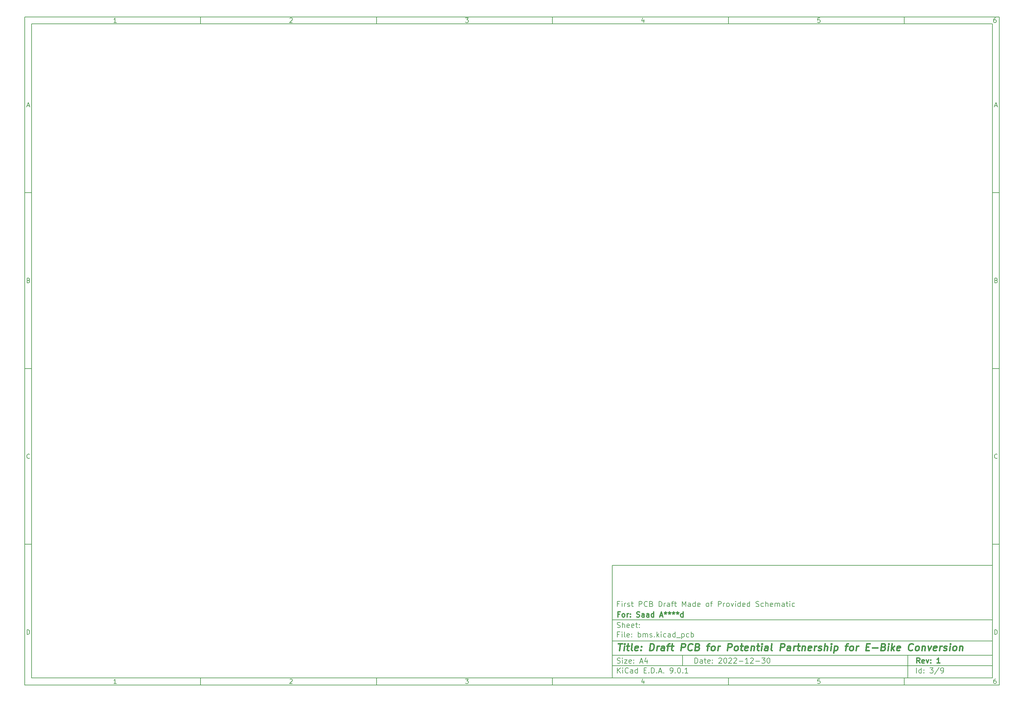
<source format=gbr>
%TF.GenerationSoftware,KiCad,Pcbnew,9.0.1*%
%TF.CreationDate,2025-04-21T20:35:50+04:00*%
%TF.ProjectId,bms,626d732e-6b69-4636-9164-5f7063625858,1*%
%TF.SameCoordinates,Original*%
%TF.FileFunction,Paste,Top*%
%TF.FilePolarity,Positive*%
%FSLAX46Y46*%
G04 Gerber Fmt 4.6, Leading zero omitted, Abs format (unit mm)*
G04 Created by KiCad (PCBNEW 9.0.1) date 2025-04-21 20:35:50*
%MOMM*%
%LPD*%
G01*
G04 APERTURE LIST*
%ADD10C,0.100000*%
%ADD11C,0.150000*%
%ADD12C,0.300000*%
%ADD13C,0.400000*%
G04 APERTURE END LIST*
D10*
D11*
X177002200Y-166007200D02*
X285002200Y-166007200D01*
X285002200Y-198007200D01*
X177002200Y-198007200D01*
X177002200Y-166007200D01*
D10*
D11*
X10000000Y-10000000D02*
X287002200Y-10000000D01*
X287002200Y-200007200D01*
X10000000Y-200007200D01*
X10000000Y-10000000D01*
D10*
D11*
X12000000Y-12000000D02*
X285002200Y-12000000D01*
X285002200Y-198007200D01*
X12000000Y-198007200D01*
X12000000Y-12000000D01*
D10*
D11*
X60000000Y-12000000D02*
X60000000Y-10000000D01*
D10*
D11*
X110000000Y-12000000D02*
X110000000Y-10000000D01*
D10*
D11*
X160000000Y-12000000D02*
X160000000Y-10000000D01*
D10*
D11*
X210000000Y-12000000D02*
X210000000Y-10000000D01*
D10*
D11*
X260000000Y-12000000D02*
X260000000Y-10000000D01*
D10*
D11*
X36089160Y-11593604D02*
X35346303Y-11593604D01*
X35717731Y-11593604D02*
X35717731Y-10293604D01*
X35717731Y-10293604D02*
X35593922Y-10479319D01*
X35593922Y-10479319D02*
X35470112Y-10603128D01*
X35470112Y-10603128D02*
X35346303Y-10665033D01*
D10*
D11*
X85346303Y-10417414D02*
X85408207Y-10355509D01*
X85408207Y-10355509D02*
X85532017Y-10293604D01*
X85532017Y-10293604D02*
X85841541Y-10293604D01*
X85841541Y-10293604D02*
X85965350Y-10355509D01*
X85965350Y-10355509D02*
X86027255Y-10417414D01*
X86027255Y-10417414D02*
X86089160Y-10541223D01*
X86089160Y-10541223D02*
X86089160Y-10665033D01*
X86089160Y-10665033D02*
X86027255Y-10850747D01*
X86027255Y-10850747D02*
X85284398Y-11593604D01*
X85284398Y-11593604D02*
X86089160Y-11593604D01*
D10*
D11*
X135284398Y-10293604D02*
X136089160Y-10293604D01*
X136089160Y-10293604D02*
X135655826Y-10788842D01*
X135655826Y-10788842D02*
X135841541Y-10788842D01*
X135841541Y-10788842D02*
X135965350Y-10850747D01*
X135965350Y-10850747D02*
X136027255Y-10912652D01*
X136027255Y-10912652D02*
X136089160Y-11036461D01*
X136089160Y-11036461D02*
X136089160Y-11345985D01*
X136089160Y-11345985D02*
X136027255Y-11469795D01*
X136027255Y-11469795D02*
X135965350Y-11531700D01*
X135965350Y-11531700D02*
X135841541Y-11593604D01*
X135841541Y-11593604D02*
X135470112Y-11593604D01*
X135470112Y-11593604D02*
X135346303Y-11531700D01*
X135346303Y-11531700D02*
X135284398Y-11469795D01*
D10*
D11*
X185965350Y-10726938D02*
X185965350Y-11593604D01*
X185655826Y-10231700D02*
X185346303Y-11160271D01*
X185346303Y-11160271D02*
X186151064Y-11160271D01*
D10*
D11*
X236027255Y-10293604D02*
X235408207Y-10293604D01*
X235408207Y-10293604D02*
X235346303Y-10912652D01*
X235346303Y-10912652D02*
X235408207Y-10850747D01*
X235408207Y-10850747D02*
X235532017Y-10788842D01*
X235532017Y-10788842D02*
X235841541Y-10788842D01*
X235841541Y-10788842D02*
X235965350Y-10850747D01*
X235965350Y-10850747D02*
X236027255Y-10912652D01*
X236027255Y-10912652D02*
X236089160Y-11036461D01*
X236089160Y-11036461D02*
X236089160Y-11345985D01*
X236089160Y-11345985D02*
X236027255Y-11469795D01*
X236027255Y-11469795D02*
X235965350Y-11531700D01*
X235965350Y-11531700D02*
X235841541Y-11593604D01*
X235841541Y-11593604D02*
X235532017Y-11593604D01*
X235532017Y-11593604D02*
X235408207Y-11531700D01*
X235408207Y-11531700D02*
X235346303Y-11469795D01*
D10*
D11*
X285965350Y-10293604D02*
X285717731Y-10293604D01*
X285717731Y-10293604D02*
X285593922Y-10355509D01*
X285593922Y-10355509D02*
X285532017Y-10417414D01*
X285532017Y-10417414D02*
X285408207Y-10603128D01*
X285408207Y-10603128D02*
X285346303Y-10850747D01*
X285346303Y-10850747D02*
X285346303Y-11345985D01*
X285346303Y-11345985D02*
X285408207Y-11469795D01*
X285408207Y-11469795D02*
X285470112Y-11531700D01*
X285470112Y-11531700D02*
X285593922Y-11593604D01*
X285593922Y-11593604D02*
X285841541Y-11593604D01*
X285841541Y-11593604D02*
X285965350Y-11531700D01*
X285965350Y-11531700D02*
X286027255Y-11469795D01*
X286027255Y-11469795D02*
X286089160Y-11345985D01*
X286089160Y-11345985D02*
X286089160Y-11036461D01*
X286089160Y-11036461D02*
X286027255Y-10912652D01*
X286027255Y-10912652D02*
X285965350Y-10850747D01*
X285965350Y-10850747D02*
X285841541Y-10788842D01*
X285841541Y-10788842D02*
X285593922Y-10788842D01*
X285593922Y-10788842D02*
X285470112Y-10850747D01*
X285470112Y-10850747D02*
X285408207Y-10912652D01*
X285408207Y-10912652D02*
X285346303Y-11036461D01*
D10*
D11*
X60000000Y-198007200D02*
X60000000Y-200007200D01*
D10*
D11*
X110000000Y-198007200D02*
X110000000Y-200007200D01*
D10*
D11*
X160000000Y-198007200D02*
X160000000Y-200007200D01*
D10*
D11*
X210000000Y-198007200D02*
X210000000Y-200007200D01*
D10*
D11*
X260000000Y-198007200D02*
X260000000Y-200007200D01*
D10*
D11*
X36089160Y-199600804D02*
X35346303Y-199600804D01*
X35717731Y-199600804D02*
X35717731Y-198300804D01*
X35717731Y-198300804D02*
X35593922Y-198486519D01*
X35593922Y-198486519D02*
X35470112Y-198610328D01*
X35470112Y-198610328D02*
X35346303Y-198672233D01*
D10*
D11*
X85346303Y-198424614D02*
X85408207Y-198362709D01*
X85408207Y-198362709D02*
X85532017Y-198300804D01*
X85532017Y-198300804D02*
X85841541Y-198300804D01*
X85841541Y-198300804D02*
X85965350Y-198362709D01*
X85965350Y-198362709D02*
X86027255Y-198424614D01*
X86027255Y-198424614D02*
X86089160Y-198548423D01*
X86089160Y-198548423D02*
X86089160Y-198672233D01*
X86089160Y-198672233D02*
X86027255Y-198857947D01*
X86027255Y-198857947D02*
X85284398Y-199600804D01*
X85284398Y-199600804D02*
X86089160Y-199600804D01*
D10*
D11*
X135284398Y-198300804D02*
X136089160Y-198300804D01*
X136089160Y-198300804D02*
X135655826Y-198796042D01*
X135655826Y-198796042D02*
X135841541Y-198796042D01*
X135841541Y-198796042D02*
X135965350Y-198857947D01*
X135965350Y-198857947D02*
X136027255Y-198919852D01*
X136027255Y-198919852D02*
X136089160Y-199043661D01*
X136089160Y-199043661D02*
X136089160Y-199353185D01*
X136089160Y-199353185D02*
X136027255Y-199476995D01*
X136027255Y-199476995D02*
X135965350Y-199538900D01*
X135965350Y-199538900D02*
X135841541Y-199600804D01*
X135841541Y-199600804D02*
X135470112Y-199600804D01*
X135470112Y-199600804D02*
X135346303Y-199538900D01*
X135346303Y-199538900D02*
X135284398Y-199476995D01*
D10*
D11*
X185965350Y-198734138D02*
X185965350Y-199600804D01*
X185655826Y-198238900D02*
X185346303Y-199167471D01*
X185346303Y-199167471D02*
X186151064Y-199167471D01*
D10*
D11*
X236027255Y-198300804D02*
X235408207Y-198300804D01*
X235408207Y-198300804D02*
X235346303Y-198919852D01*
X235346303Y-198919852D02*
X235408207Y-198857947D01*
X235408207Y-198857947D02*
X235532017Y-198796042D01*
X235532017Y-198796042D02*
X235841541Y-198796042D01*
X235841541Y-198796042D02*
X235965350Y-198857947D01*
X235965350Y-198857947D02*
X236027255Y-198919852D01*
X236027255Y-198919852D02*
X236089160Y-199043661D01*
X236089160Y-199043661D02*
X236089160Y-199353185D01*
X236089160Y-199353185D02*
X236027255Y-199476995D01*
X236027255Y-199476995D02*
X235965350Y-199538900D01*
X235965350Y-199538900D02*
X235841541Y-199600804D01*
X235841541Y-199600804D02*
X235532017Y-199600804D01*
X235532017Y-199600804D02*
X235408207Y-199538900D01*
X235408207Y-199538900D02*
X235346303Y-199476995D01*
D10*
D11*
X285965350Y-198300804D02*
X285717731Y-198300804D01*
X285717731Y-198300804D02*
X285593922Y-198362709D01*
X285593922Y-198362709D02*
X285532017Y-198424614D01*
X285532017Y-198424614D02*
X285408207Y-198610328D01*
X285408207Y-198610328D02*
X285346303Y-198857947D01*
X285346303Y-198857947D02*
X285346303Y-199353185D01*
X285346303Y-199353185D02*
X285408207Y-199476995D01*
X285408207Y-199476995D02*
X285470112Y-199538900D01*
X285470112Y-199538900D02*
X285593922Y-199600804D01*
X285593922Y-199600804D02*
X285841541Y-199600804D01*
X285841541Y-199600804D02*
X285965350Y-199538900D01*
X285965350Y-199538900D02*
X286027255Y-199476995D01*
X286027255Y-199476995D02*
X286089160Y-199353185D01*
X286089160Y-199353185D02*
X286089160Y-199043661D01*
X286089160Y-199043661D02*
X286027255Y-198919852D01*
X286027255Y-198919852D02*
X285965350Y-198857947D01*
X285965350Y-198857947D02*
X285841541Y-198796042D01*
X285841541Y-198796042D02*
X285593922Y-198796042D01*
X285593922Y-198796042D02*
X285470112Y-198857947D01*
X285470112Y-198857947D02*
X285408207Y-198919852D01*
X285408207Y-198919852D02*
X285346303Y-199043661D01*
D10*
D11*
X10000000Y-60000000D02*
X12000000Y-60000000D01*
D10*
D11*
X10000000Y-110000000D02*
X12000000Y-110000000D01*
D10*
D11*
X10000000Y-160000000D02*
X12000000Y-160000000D01*
D10*
D11*
X10690476Y-35222176D02*
X11309523Y-35222176D01*
X10566666Y-35593604D02*
X10999999Y-34293604D01*
X10999999Y-34293604D02*
X11433333Y-35593604D01*
D10*
D11*
X11092857Y-84912652D02*
X11278571Y-84974557D01*
X11278571Y-84974557D02*
X11340476Y-85036461D01*
X11340476Y-85036461D02*
X11402380Y-85160271D01*
X11402380Y-85160271D02*
X11402380Y-85345985D01*
X11402380Y-85345985D02*
X11340476Y-85469795D01*
X11340476Y-85469795D02*
X11278571Y-85531700D01*
X11278571Y-85531700D02*
X11154761Y-85593604D01*
X11154761Y-85593604D02*
X10659523Y-85593604D01*
X10659523Y-85593604D02*
X10659523Y-84293604D01*
X10659523Y-84293604D02*
X11092857Y-84293604D01*
X11092857Y-84293604D02*
X11216666Y-84355509D01*
X11216666Y-84355509D02*
X11278571Y-84417414D01*
X11278571Y-84417414D02*
X11340476Y-84541223D01*
X11340476Y-84541223D02*
X11340476Y-84665033D01*
X11340476Y-84665033D02*
X11278571Y-84788842D01*
X11278571Y-84788842D02*
X11216666Y-84850747D01*
X11216666Y-84850747D02*
X11092857Y-84912652D01*
X11092857Y-84912652D02*
X10659523Y-84912652D01*
D10*
D11*
X11402380Y-135469795D02*
X11340476Y-135531700D01*
X11340476Y-135531700D02*
X11154761Y-135593604D01*
X11154761Y-135593604D02*
X11030952Y-135593604D01*
X11030952Y-135593604D02*
X10845238Y-135531700D01*
X10845238Y-135531700D02*
X10721428Y-135407890D01*
X10721428Y-135407890D02*
X10659523Y-135284080D01*
X10659523Y-135284080D02*
X10597619Y-135036461D01*
X10597619Y-135036461D02*
X10597619Y-134850747D01*
X10597619Y-134850747D02*
X10659523Y-134603128D01*
X10659523Y-134603128D02*
X10721428Y-134479319D01*
X10721428Y-134479319D02*
X10845238Y-134355509D01*
X10845238Y-134355509D02*
X11030952Y-134293604D01*
X11030952Y-134293604D02*
X11154761Y-134293604D01*
X11154761Y-134293604D02*
X11340476Y-134355509D01*
X11340476Y-134355509D02*
X11402380Y-134417414D01*
D10*
D11*
X10659523Y-185593604D02*
X10659523Y-184293604D01*
X10659523Y-184293604D02*
X10969047Y-184293604D01*
X10969047Y-184293604D02*
X11154761Y-184355509D01*
X11154761Y-184355509D02*
X11278571Y-184479319D01*
X11278571Y-184479319D02*
X11340476Y-184603128D01*
X11340476Y-184603128D02*
X11402380Y-184850747D01*
X11402380Y-184850747D02*
X11402380Y-185036461D01*
X11402380Y-185036461D02*
X11340476Y-185284080D01*
X11340476Y-185284080D02*
X11278571Y-185407890D01*
X11278571Y-185407890D02*
X11154761Y-185531700D01*
X11154761Y-185531700D02*
X10969047Y-185593604D01*
X10969047Y-185593604D02*
X10659523Y-185593604D01*
D10*
D11*
X287002200Y-60000000D02*
X285002200Y-60000000D01*
D10*
D11*
X287002200Y-110000000D02*
X285002200Y-110000000D01*
D10*
D11*
X287002200Y-160000000D02*
X285002200Y-160000000D01*
D10*
D11*
X285692676Y-35222176D02*
X286311723Y-35222176D01*
X285568866Y-35593604D02*
X286002199Y-34293604D01*
X286002199Y-34293604D02*
X286435533Y-35593604D01*
D10*
D11*
X286095057Y-84912652D02*
X286280771Y-84974557D01*
X286280771Y-84974557D02*
X286342676Y-85036461D01*
X286342676Y-85036461D02*
X286404580Y-85160271D01*
X286404580Y-85160271D02*
X286404580Y-85345985D01*
X286404580Y-85345985D02*
X286342676Y-85469795D01*
X286342676Y-85469795D02*
X286280771Y-85531700D01*
X286280771Y-85531700D02*
X286156961Y-85593604D01*
X286156961Y-85593604D02*
X285661723Y-85593604D01*
X285661723Y-85593604D02*
X285661723Y-84293604D01*
X285661723Y-84293604D02*
X286095057Y-84293604D01*
X286095057Y-84293604D02*
X286218866Y-84355509D01*
X286218866Y-84355509D02*
X286280771Y-84417414D01*
X286280771Y-84417414D02*
X286342676Y-84541223D01*
X286342676Y-84541223D02*
X286342676Y-84665033D01*
X286342676Y-84665033D02*
X286280771Y-84788842D01*
X286280771Y-84788842D02*
X286218866Y-84850747D01*
X286218866Y-84850747D02*
X286095057Y-84912652D01*
X286095057Y-84912652D02*
X285661723Y-84912652D01*
D10*
D11*
X286404580Y-135469795D02*
X286342676Y-135531700D01*
X286342676Y-135531700D02*
X286156961Y-135593604D01*
X286156961Y-135593604D02*
X286033152Y-135593604D01*
X286033152Y-135593604D02*
X285847438Y-135531700D01*
X285847438Y-135531700D02*
X285723628Y-135407890D01*
X285723628Y-135407890D02*
X285661723Y-135284080D01*
X285661723Y-135284080D02*
X285599819Y-135036461D01*
X285599819Y-135036461D02*
X285599819Y-134850747D01*
X285599819Y-134850747D02*
X285661723Y-134603128D01*
X285661723Y-134603128D02*
X285723628Y-134479319D01*
X285723628Y-134479319D02*
X285847438Y-134355509D01*
X285847438Y-134355509D02*
X286033152Y-134293604D01*
X286033152Y-134293604D02*
X286156961Y-134293604D01*
X286156961Y-134293604D02*
X286342676Y-134355509D01*
X286342676Y-134355509D02*
X286404580Y-134417414D01*
D10*
D11*
X285661723Y-185593604D02*
X285661723Y-184293604D01*
X285661723Y-184293604D02*
X285971247Y-184293604D01*
X285971247Y-184293604D02*
X286156961Y-184355509D01*
X286156961Y-184355509D02*
X286280771Y-184479319D01*
X286280771Y-184479319D02*
X286342676Y-184603128D01*
X286342676Y-184603128D02*
X286404580Y-184850747D01*
X286404580Y-184850747D02*
X286404580Y-185036461D01*
X286404580Y-185036461D02*
X286342676Y-185284080D01*
X286342676Y-185284080D02*
X286280771Y-185407890D01*
X286280771Y-185407890D02*
X286156961Y-185531700D01*
X286156961Y-185531700D02*
X285971247Y-185593604D01*
X285971247Y-185593604D02*
X285661723Y-185593604D01*
D10*
D11*
X200458026Y-193793328D02*
X200458026Y-192293328D01*
X200458026Y-192293328D02*
X200815169Y-192293328D01*
X200815169Y-192293328D02*
X201029455Y-192364757D01*
X201029455Y-192364757D02*
X201172312Y-192507614D01*
X201172312Y-192507614D02*
X201243741Y-192650471D01*
X201243741Y-192650471D02*
X201315169Y-192936185D01*
X201315169Y-192936185D02*
X201315169Y-193150471D01*
X201315169Y-193150471D02*
X201243741Y-193436185D01*
X201243741Y-193436185D02*
X201172312Y-193579042D01*
X201172312Y-193579042D02*
X201029455Y-193721900D01*
X201029455Y-193721900D02*
X200815169Y-193793328D01*
X200815169Y-193793328D02*
X200458026Y-193793328D01*
X202600884Y-193793328D02*
X202600884Y-193007614D01*
X202600884Y-193007614D02*
X202529455Y-192864757D01*
X202529455Y-192864757D02*
X202386598Y-192793328D01*
X202386598Y-192793328D02*
X202100884Y-192793328D01*
X202100884Y-192793328D02*
X201958026Y-192864757D01*
X202600884Y-193721900D02*
X202458026Y-193793328D01*
X202458026Y-193793328D02*
X202100884Y-193793328D01*
X202100884Y-193793328D02*
X201958026Y-193721900D01*
X201958026Y-193721900D02*
X201886598Y-193579042D01*
X201886598Y-193579042D02*
X201886598Y-193436185D01*
X201886598Y-193436185D02*
X201958026Y-193293328D01*
X201958026Y-193293328D02*
X202100884Y-193221900D01*
X202100884Y-193221900D02*
X202458026Y-193221900D01*
X202458026Y-193221900D02*
X202600884Y-193150471D01*
X203100884Y-192793328D02*
X203672312Y-192793328D01*
X203315169Y-192293328D02*
X203315169Y-193579042D01*
X203315169Y-193579042D02*
X203386598Y-193721900D01*
X203386598Y-193721900D02*
X203529455Y-193793328D01*
X203529455Y-193793328D02*
X203672312Y-193793328D01*
X204743741Y-193721900D02*
X204600884Y-193793328D01*
X204600884Y-193793328D02*
X204315170Y-193793328D01*
X204315170Y-193793328D02*
X204172312Y-193721900D01*
X204172312Y-193721900D02*
X204100884Y-193579042D01*
X204100884Y-193579042D02*
X204100884Y-193007614D01*
X204100884Y-193007614D02*
X204172312Y-192864757D01*
X204172312Y-192864757D02*
X204315170Y-192793328D01*
X204315170Y-192793328D02*
X204600884Y-192793328D01*
X204600884Y-192793328D02*
X204743741Y-192864757D01*
X204743741Y-192864757D02*
X204815170Y-193007614D01*
X204815170Y-193007614D02*
X204815170Y-193150471D01*
X204815170Y-193150471D02*
X204100884Y-193293328D01*
X205458026Y-193650471D02*
X205529455Y-193721900D01*
X205529455Y-193721900D02*
X205458026Y-193793328D01*
X205458026Y-193793328D02*
X205386598Y-193721900D01*
X205386598Y-193721900D02*
X205458026Y-193650471D01*
X205458026Y-193650471D02*
X205458026Y-193793328D01*
X205458026Y-192864757D02*
X205529455Y-192936185D01*
X205529455Y-192936185D02*
X205458026Y-193007614D01*
X205458026Y-193007614D02*
X205386598Y-192936185D01*
X205386598Y-192936185D02*
X205458026Y-192864757D01*
X205458026Y-192864757D02*
X205458026Y-193007614D01*
X207243741Y-192436185D02*
X207315169Y-192364757D01*
X207315169Y-192364757D02*
X207458027Y-192293328D01*
X207458027Y-192293328D02*
X207815169Y-192293328D01*
X207815169Y-192293328D02*
X207958027Y-192364757D01*
X207958027Y-192364757D02*
X208029455Y-192436185D01*
X208029455Y-192436185D02*
X208100884Y-192579042D01*
X208100884Y-192579042D02*
X208100884Y-192721900D01*
X208100884Y-192721900D02*
X208029455Y-192936185D01*
X208029455Y-192936185D02*
X207172312Y-193793328D01*
X207172312Y-193793328D02*
X208100884Y-193793328D01*
X209029455Y-192293328D02*
X209172312Y-192293328D01*
X209172312Y-192293328D02*
X209315169Y-192364757D01*
X209315169Y-192364757D02*
X209386598Y-192436185D01*
X209386598Y-192436185D02*
X209458026Y-192579042D01*
X209458026Y-192579042D02*
X209529455Y-192864757D01*
X209529455Y-192864757D02*
X209529455Y-193221900D01*
X209529455Y-193221900D02*
X209458026Y-193507614D01*
X209458026Y-193507614D02*
X209386598Y-193650471D01*
X209386598Y-193650471D02*
X209315169Y-193721900D01*
X209315169Y-193721900D02*
X209172312Y-193793328D01*
X209172312Y-193793328D02*
X209029455Y-193793328D01*
X209029455Y-193793328D02*
X208886598Y-193721900D01*
X208886598Y-193721900D02*
X208815169Y-193650471D01*
X208815169Y-193650471D02*
X208743740Y-193507614D01*
X208743740Y-193507614D02*
X208672312Y-193221900D01*
X208672312Y-193221900D02*
X208672312Y-192864757D01*
X208672312Y-192864757D02*
X208743740Y-192579042D01*
X208743740Y-192579042D02*
X208815169Y-192436185D01*
X208815169Y-192436185D02*
X208886598Y-192364757D01*
X208886598Y-192364757D02*
X209029455Y-192293328D01*
X210100883Y-192436185D02*
X210172311Y-192364757D01*
X210172311Y-192364757D02*
X210315169Y-192293328D01*
X210315169Y-192293328D02*
X210672311Y-192293328D01*
X210672311Y-192293328D02*
X210815169Y-192364757D01*
X210815169Y-192364757D02*
X210886597Y-192436185D01*
X210886597Y-192436185D02*
X210958026Y-192579042D01*
X210958026Y-192579042D02*
X210958026Y-192721900D01*
X210958026Y-192721900D02*
X210886597Y-192936185D01*
X210886597Y-192936185D02*
X210029454Y-193793328D01*
X210029454Y-193793328D02*
X210958026Y-193793328D01*
X211529454Y-192436185D02*
X211600882Y-192364757D01*
X211600882Y-192364757D02*
X211743740Y-192293328D01*
X211743740Y-192293328D02*
X212100882Y-192293328D01*
X212100882Y-192293328D02*
X212243740Y-192364757D01*
X212243740Y-192364757D02*
X212315168Y-192436185D01*
X212315168Y-192436185D02*
X212386597Y-192579042D01*
X212386597Y-192579042D02*
X212386597Y-192721900D01*
X212386597Y-192721900D02*
X212315168Y-192936185D01*
X212315168Y-192936185D02*
X211458025Y-193793328D01*
X211458025Y-193793328D02*
X212386597Y-193793328D01*
X213029453Y-193221900D02*
X214172311Y-193221900D01*
X215672311Y-193793328D02*
X214815168Y-193793328D01*
X215243739Y-193793328D02*
X215243739Y-192293328D01*
X215243739Y-192293328D02*
X215100882Y-192507614D01*
X215100882Y-192507614D02*
X214958025Y-192650471D01*
X214958025Y-192650471D02*
X214815168Y-192721900D01*
X216243739Y-192436185D02*
X216315167Y-192364757D01*
X216315167Y-192364757D02*
X216458025Y-192293328D01*
X216458025Y-192293328D02*
X216815167Y-192293328D01*
X216815167Y-192293328D02*
X216958025Y-192364757D01*
X216958025Y-192364757D02*
X217029453Y-192436185D01*
X217029453Y-192436185D02*
X217100882Y-192579042D01*
X217100882Y-192579042D02*
X217100882Y-192721900D01*
X217100882Y-192721900D02*
X217029453Y-192936185D01*
X217029453Y-192936185D02*
X216172310Y-193793328D01*
X216172310Y-193793328D02*
X217100882Y-193793328D01*
X217743738Y-193221900D02*
X218886596Y-193221900D01*
X219458024Y-192293328D02*
X220386596Y-192293328D01*
X220386596Y-192293328D02*
X219886596Y-192864757D01*
X219886596Y-192864757D02*
X220100881Y-192864757D01*
X220100881Y-192864757D02*
X220243739Y-192936185D01*
X220243739Y-192936185D02*
X220315167Y-193007614D01*
X220315167Y-193007614D02*
X220386596Y-193150471D01*
X220386596Y-193150471D02*
X220386596Y-193507614D01*
X220386596Y-193507614D02*
X220315167Y-193650471D01*
X220315167Y-193650471D02*
X220243739Y-193721900D01*
X220243739Y-193721900D02*
X220100881Y-193793328D01*
X220100881Y-193793328D02*
X219672310Y-193793328D01*
X219672310Y-193793328D02*
X219529453Y-193721900D01*
X219529453Y-193721900D02*
X219458024Y-193650471D01*
X221315167Y-192293328D02*
X221458024Y-192293328D01*
X221458024Y-192293328D02*
X221600881Y-192364757D01*
X221600881Y-192364757D02*
X221672310Y-192436185D01*
X221672310Y-192436185D02*
X221743738Y-192579042D01*
X221743738Y-192579042D02*
X221815167Y-192864757D01*
X221815167Y-192864757D02*
X221815167Y-193221900D01*
X221815167Y-193221900D02*
X221743738Y-193507614D01*
X221743738Y-193507614D02*
X221672310Y-193650471D01*
X221672310Y-193650471D02*
X221600881Y-193721900D01*
X221600881Y-193721900D02*
X221458024Y-193793328D01*
X221458024Y-193793328D02*
X221315167Y-193793328D01*
X221315167Y-193793328D02*
X221172310Y-193721900D01*
X221172310Y-193721900D02*
X221100881Y-193650471D01*
X221100881Y-193650471D02*
X221029452Y-193507614D01*
X221029452Y-193507614D02*
X220958024Y-193221900D01*
X220958024Y-193221900D02*
X220958024Y-192864757D01*
X220958024Y-192864757D02*
X221029452Y-192579042D01*
X221029452Y-192579042D02*
X221100881Y-192436185D01*
X221100881Y-192436185D02*
X221172310Y-192364757D01*
X221172310Y-192364757D02*
X221315167Y-192293328D01*
D10*
D11*
X177002200Y-194507200D02*
X285002200Y-194507200D01*
D10*
D11*
X178458026Y-196593328D02*
X178458026Y-195093328D01*
X179315169Y-196593328D02*
X178672312Y-195736185D01*
X179315169Y-195093328D02*
X178458026Y-195950471D01*
X179958026Y-196593328D02*
X179958026Y-195593328D01*
X179958026Y-195093328D02*
X179886598Y-195164757D01*
X179886598Y-195164757D02*
X179958026Y-195236185D01*
X179958026Y-195236185D02*
X180029455Y-195164757D01*
X180029455Y-195164757D02*
X179958026Y-195093328D01*
X179958026Y-195093328D02*
X179958026Y-195236185D01*
X181529455Y-196450471D02*
X181458027Y-196521900D01*
X181458027Y-196521900D02*
X181243741Y-196593328D01*
X181243741Y-196593328D02*
X181100884Y-196593328D01*
X181100884Y-196593328D02*
X180886598Y-196521900D01*
X180886598Y-196521900D02*
X180743741Y-196379042D01*
X180743741Y-196379042D02*
X180672312Y-196236185D01*
X180672312Y-196236185D02*
X180600884Y-195950471D01*
X180600884Y-195950471D02*
X180600884Y-195736185D01*
X180600884Y-195736185D02*
X180672312Y-195450471D01*
X180672312Y-195450471D02*
X180743741Y-195307614D01*
X180743741Y-195307614D02*
X180886598Y-195164757D01*
X180886598Y-195164757D02*
X181100884Y-195093328D01*
X181100884Y-195093328D02*
X181243741Y-195093328D01*
X181243741Y-195093328D02*
X181458027Y-195164757D01*
X181458027Y-195164757D02*
X181529455Y-195236185D01*
X182815170Y-196593328D02*
X182815170Y-195807614D01*
X182815170Y-195807614D02*
X182743741Y-195664757D01*
X182743741Y-195664757D02*
X182600884Y-195593328D01*
X182600884Y-195593328D02*
X182315170Y-195593328D01*
X182315170Y-195593328D02*
X182172312Y-195664757D01*
X182815170Y-196521900D02*
X182672312Y-196593328D01*
X182672312Y-196593328D02*
X182315170Y-196593328D01*
X182315170Y-196593328D02*
X182172312Y-196521900D01*
X182172312Y-196521900D02*
X182100884Y-196379042D01*
X182100884Y-196379042D02*
X182100884Y-196236185D01*
X182100884Y-196236185D02*
X182172312Y-196093328D01*
X182172312Y-196093328D02*
X182315170Y-196021900D01*
X182315170Y-196021900D02*
X182672312Y-196021900D01*
X182672312Y-196021900D02*
X182815170Y-195950471D01*
X184172313Y-196593328D02*
X184172313Y-195093328D01*
X184172313Y-196521900D02*
X184029455Y-196593328D01*
X184029455Y-196593328D02*
X183743741Y-196593328D01*
X183743741Y-196593328D02*
X183600884Y-196521900D01*
X183600884Y-196521900D02*
X183529455Y-196450471D01*
X183529455Y-196450471D02*
X183458027Y-196307614D01*
X183458027Y-196307614D02*
X183458027Y-195879042D01*
X183458027Y-195879042D02*
X183529455Y-195736185D01*
X183529455Y-195736185D02*
X183600884Y-195664757D01*
X183600884Y-195664757D02*
X183743741Y-195593328D01*
X183743741Y-195593328D02*
X184029455Y-195593328D01*
X184029455Y-195593328D02*
X184172313Y-195664757D01*
X186029455Y-195807614D02*
X186529455Y-195807614D01*
X186743741Y-196593328D02*
X186029455Y-196593328D01*
X186029455Y-196593328D02*
X186029455Y-195093328D01*
X186029455Y-195093328D02*
X186743741Y-195093328D01*
X187386598Y-196450471D02*
X187458027Y-196521900D01*
X187458027Y-196521900D02*
X187386598Y-196593328D01*
X187386598Y-196593328D02*
X187315170Y-196521900D01*
X187315170Y-196521900D02*
X187386598Y-196450471D01*
X187386598Y-196450471D02*
X187386598Y-196593328D01*
X188100884Y-196593328D02*
X188100884Y-195093328D01*
X188100884Y-195093328D02*
X188458027Y-195093328D01*
X188458027Y-195093328D02*
X188672313Y-195164757D01*
X188672313Y-195164757D02*
X188815170Y-195307614D01*
X188815170Y-195307614D02*
X188886599Y-195450471D01*
X188886599Y-195450471D02*
X188958027Y-195736185D01*
X188958027Y-195736185D02*
X188958027Y-195950471D01*
X188958027Y-195950471D02*
X188886599Y-196236185D01*
X188886599Y-196236185D02*
X188815170Y-196379042D01*
X188815170Y-196379042D02*
X188672313Y-196521900D01*
X188672313Y-196521900D02*
X188458027Y-196593328D01*
X188458027Y-196593328D02*
X188100884Y-196593328D01*
X189600884Y-196450471D02*
X189672313Y-196521900D01*
X189672313Y-196521900D02*
X189600884Y-196593328D01*
X189600884Y-196593328D02*
X189529456Y-196521900D01*
X189529456Y-196521900D02*
X189600884Y-196450471D01*
X189600884Y-196450471D02*
X189600884Y-196593328D01*
X190243742Y-196164757D02*
X190958028Y-196164757D01*
X190100885Y-196593328D02*
X190600885Y-195093328D01*
X190600885Y-195093328D02*
X191100885Y-196593328D01*
X191600884Y-196450471D02*
X191672313Y-196521900D01*
X191672313Y-196521900D02*
X191600884Y-196593328D01*
X191600884Y-196593328D02*
X191529456Y-196521900D01*
X191529456Y-196521900D02*
X191600884Y-196450471D01*
X191600884Y-196450471D02*
X191600884Y-196593328D01*
X193529456Y-196593328D02*
X193815170Y-196593328D01*
X193815170Y-196593328D02*
X193958027Y-196521900D01*
X193958027Y-196521900D02*
X194029456Y-196450471D01*
X194029456Y-196450471D02*
X194172313Y-196236185D01*
X194172313Y-196236185D02*
X194243742Y-195950471D01*
X194243742Y-195950471D02*
X194243742Y-195379042D01*
X194243742Y-195379042D02*
X194172313Y-195236185D01*
X194172313Y-195236185D02*
X194100885Y-195164757D01*
X194100885Y-195164757D02*
X193958027Y-195093328D01*
X193958027Y-195093328D02*
X193672313Y-195093328D01*
X193672313Y-195093328D02*
X193529456Y-195164757D01*
X193529456Y-195164757D02*
X193458027Y-195236185D01*
X193458027Y-195236185D02*
X193386599Y-195379042D01*
X193386599Y-195379042D02*
X193386599Y-195736185D01*
X193386599Y-195736185D02*
X193458027Y-195879042D01*
X193458027Y-195879042D02*
X193529456Y-195950471D01*
X193529456Y-195950471D02*
X193672313Y-196021900D01*
X193672313Y-196021900D02*
X193958027Y-196021900D01*
X193958027Y-196021900D02*
X194100885Y-195950471D01*
X194100885Y-195950471D02*
X194172313Y-195879042D01*
X194172313Y-195879042D02*
X194243742Y-195736185D01*
X194886598Y-196450471D02*
X194958027Y-196521900D01*
X194958027Y-196521900D02*
X194886598Y-196593328D01*
X194886598Y-196593328D02*
X194815170Y-196521900D01*
X194815170Y-196521900D02*
X194886598Y-196450471D01*
X194886598Y-196450471D02*
X194886598Y-196593328D01*
X195886599Y-195093328D02*
X196029456Y-195093328D01*
X196029456Y-195093328D02*
X196172313Y-195164757D01*
X196172313Y-195164757D02*
X196243742Y-195236185D01*
X196243742Y-195236185D02*
X196315170Y-195379042D01*
X196315170Y-195379042D02*
X196386599Y-195664757D01*
X196386599Y-195664757D02*
X196386599Y-196021900D01*
X196386599Y-196021900D02*
X196315170Y-196307614D01*
X196315170Y-196307614D02*
X196243742Y-196450471D01*
X196243742Y-196450471D02*
X196172313Y-196521900D01*
X196172313Y-196521900D02*
X196029456Y-196593328D01*
X196029456Y-196593328D02*
X195886599Y-196593328D01*
X195886599Y-196593328D02*
X195743742Y-196521900D01*
X195743742Y-196521900D02*
X195672313Y-196450471D01*
X195672313Y-196450471D02*
X195600884Y-196307614D01*
X195600884Y-196307614D02*
X195529456Y-196021900D01*
X195529456Y-196021900D02*
X195529456Y-195664757D01*
X195529456Y-195664757D02*
X195600884Y-195379042D01*
X195600884Y-195379042D02*
X195672313Y-195236185D01*
X195672313Y-195236185D02*
X195743742Y-195164757D01*
X195743742Y-195164757D02*
X195886599Y-195093328D01*
X197029455Y-196450471D02*
X197100884Y-196521900D01*
X197100884Y-196521900D02*
X197029455Y-196593328D01*
X197029455Y-196593328D02*
X196958027Y-196521900D01*
X196958027Y-196521900D02*
X197029455Y-196450471D01*
X197029455Y-196450471D02*
X197029455Y-196593328D01*
X198529456Y-196593328D02*
X197672313Y-196593328D01*
X198100884Y-196593328D02*
X198100884Y-195093328D01*
X198100884Y-195093328D02*
X197958027Y-195307614D01*
X197958027Y-195307614D02*
X197815170Y-195450471D01*
X197815170Y-195450471D02*
X197672313Y-195521900D01*
D10*
D11*
X177002200Y-191507200D02*
X285002200Y-191507200D01*
D10*
D12*
X264413853Y-193785528D02*
X263913853Y-193071242D01*
X263556710Y-193785528D02*
X263556710Y-192285528D01*
X263556710Y-192285528D02*
X264128139Y-192285528D01*
X264128139Y-192285528D02*
X264270996Y-192356957D01*
X264270996Y-192356957D02*
X264342425Y-192428385D01*
X264342425Y-192428385D02*
X264413853Y-192571242D01*
X264413853Y-192571242D02*
X264413853Y-192785528D01*
X264413853Y-192785528D02*
X264342425Y-192928385D01*
X264342425Y-192928385D02*
X264270996Y-192999814D01*
X264270996Y-192999814D02*
X264128139Y-193071242D01*
X264128139Y-193071242D02*
X263556710Y-193071242D01*
X265628139Y-193714100D02*
X265485282Y-193785528D01*
X265485282Y-193785528D02*
X265199568Y-193785528D01*
X265199568Y-193785528D02*
X265056710Y-193714100D01*
X265056710Y-193714100D02*
X264985282Y-193571242D01*
X264985282Y-193571242D02*
X264985282Y-192999814D01*
X264985282Y-192999814D02*
X265056710Y-192856957D01*
X265056710Y-192856957D02*
X265199568Y-192785528D01*
X265199568Y-192785528D02*
X265485282Y-192785528D01*
X265485282Y-192785528D02*
X265628139Y-192856957D01*
X265628139Y-192856957D02*
X265699568Y-192999814D01*
X265699568Y-192999814D02*
X265699568Y-193142671D01*
X265699568Y-193142671D02*
X264985282Y-193285528D01*
X266199567Y-192785528D02*
X266556710Y-193785528D01*
X266556710Y-193785528D02*
X266913853Y-192785528D01*
X267485281Y-193642671D02*
X267556710Y-193714100D01*
X267556710Y-193714100D02*
X267485281Y-193785528D01*
X267485281Y-193785528D02*
X267413853Y-193714100D01*
X267413853Y-193714100D02*
X267485281Y-193642671D01*
X267485281Y-193642671D02*
X267485281Y-193785528D01*
X267485281Y-192856957D02*
X267556710Y-192928385D01*
X267556710Y-192928385D02*
X267485281Y-192999814D01*
X267485281Y-192999814D02*
X267413853Y-192928385D01*
X267413853Y-192928385D02*
X267485281Y-192856957D01*
X267485281Y-192856957D02*
X267485281Y-192999814D01*
X270128139Y-193785528D02*
X269270996Y-193785528D01*
X269699567Y-193785528D02*
X269699567Y-192285528D01*
X269699567Y-192285528D02*
X269556710Y-192499814D01*
X269556710Y-192499814D02*
X269413853Y-192642671D01*
X269413853Y-192642671D02*
X269270996Y-192714100D01*
D10*
D11*
X178386598Y-193721900D02*
X178600884Y-193793328D01*
X178600884Y-193793328D02*
X178958026Y-193793328D01*
X178958026Y-193793328D02*
X179100884Y-193721900D01*
X179100884Y-193721900D02*
X179172312Y-193650471D01*
X179172312Y-193650471D02*
X179243741Y-193507614D01*
X179243741Y-193507614D02*
X179243741Y-193364757D01*
X179243741Y-193364757D02*
X179172312Y-193221900D01*
X179172312Y-193221900D02*
X179100884Y-193150471D01*
X179100884Y-193150471D02*
X178958026Y-193079042D01*
X178958026Y-193079042D02*
X178672312Y-193007614D01*
X178672312Y-193007614D02*
X178529455Y-192936185D01*
X178529455Y-192936185D02*
X178458026Y-192864757D01*
X178458026Y-192864757D02*
X178386598Y-192721900D01*
X178386598Y-192721900D02*
X178386598Y-192579042D01*
X178386598Y-192579042D02*
X178458026Y-192436185D01*
X178458026Y-192436185D02*
X178529455Y-192364757D01*
X178529455Y-192364757D02*
X178672312Y-192293328D01*
X178672312Y-192293328D02*
X179029455Y-192293328D01*
X179029455Y-192293328D02*
X179243741Y-192364757D01*
X179886597Y-193793328D02*
X179886597Y-192793328D01*
X179886597Y-192293328D02*
X179815169Y-192364757D01*
X179815169Y-192364757D02*
X179886597Y-192436185D01*
X179886597Y-192436185D02*
X179958026Y-192364757D01*
X179958026Y-192364757D02*
X179886597Y-192293328D01*
X179886597Y-192293328D02*
X179886597Y-192436185D01*
X180458026Y-192793328D02*
X181243741Y-192793328D01*
X181243741Y-192793328D02*
X180458026Y-193793328D01*
X180458026Y-193793328D02*
X181243741Y-193793328D01*
X182386598Y-193721900D02*
X182243741Y-193793328D01*
X182243741Y-193793328D02*
X181958027Y-193793328D01*
X181958027Y-193793328D02*
X181815169Y-193721900D01*
X181815169Y-193721900D02*
X181743741Y-193579042D01*
X181743741Y-193579042D02*
X181743741Y-193007614D01*
X181743741Y-193007614D02*
X181815169Y-192864757D01*
X181815169Y-192864757D02*
X181958027Y-192793328D01*
X181958027Y-192793328D02*
X182243741Y-192793328D01*
X182243741Y-192793328D02*
X182386598Y-192864757D01*
X182386598Y-192864757D02*
X182458027Y-193007614D01*
X182458027Y-193007614D02*
X182458027Y-193150471D01*
X182458027Y-193150471D02*
X181743741Y-193293328D01*
X183100883Y-193650471D02*
X183172312Y-193721900D01*
X183172312Y-193721900D02*
X183100883Y-193793328D01*
X183100883Y-193793328D02*
X183029455Y-193721900D01*
X183029455Y-193721900D02*
X183100883Y-193650471D01*
X183100883Y-193650471D02*
X183100883Y-193793328D01*
X183100883Y-192864757D02*
X183172312Y-192936185D01*
X183172312Y-192936185D02*
X183100883Y-193007614D01*
X183100883Y-193007614D02*
X183029455Y-192936185D01*
X183029455Y-192936185D02*
X183100883Y-192864757D01*
X183100883Y-192864757D02*
X183100883Y-193007614D01*
X184886598Y-193364757D02*
X185600884Y-193364757D01*
X184743741Y-193793328D02*
X185243741Y-192293328D01*
X185243741Y-192293328D02*
X185743741Y-193793328D01*
X186886598Y-192793328D02*
X186886598Y-193793328D01*
X186529455Y-192221900D02*
X186172312Y-193293328D01*
X186172312Y-193293328D02*
X187100883Y-193293328D01*
D10*
D11*
X263458026Y-196593328D02*
X263458026Y-195093328D01*
X264815170Y-196593328D02*
X264815170Y-195093328D01*
X264815170Y-196521900D02*
X264672312Y-196593328D01*
X264672312Y-196593328D02*
X264386598Y-196593328D01*
X264386598Y-196593328D02*
X264243741Y-196521900D01*
X264243741Y-196521900D02*
X264172312Y-196450471D01*
X264172312Y-196450471D02*
X264100884Y-196307614D01*
X264100884Y-196307614D02*
X264100884Y-195879042D01*
X264100884Y-195879042D02*
X264172312Y-195736185D01*
X264172312Y-195736185D02*
X264243741Y-195664757D01*
X264243741Y-195664757D02*
X264386598Y-195593328D01*
X264386598Y-195593328D02*
X264672312Y-195593328D01*
X264672312Y-195593328D02*
X264815170Y-195664757D01*
X265529455Y-196450471D02*
X265600884Y-196521900D01*
X265600884Y-196521900D02*
X265529455Y-196593328D01*
X265529455Y-196593328D02*
X265458027Y-196521900D01*
X265458027Y-196521900D02*
X265529455Y-196450471D01*
X265529455Y-196450471D02*
X265529455Y-196593328D01*
X265529455Y-195664757D02*
X265600884Y-195736185D01*
X265600884Y-195736185D02*
X265529455Y-195807614D01*
X265529455Y-195807614D02*
X265458027Y-195736185D01*
X265458027Y-195736185D02*
X265529455Y-195664757D01*
X265529455Y-195664757D02*
X265529455Y-195807614D01*
X267243741Y-195093328D02*
X268172313Y-195093328D01*
X268172313Y-195093328D02*
X267672313Y-195664757D01*
X267672313Y-195664757D02*
X267886598Y-195664757D01*
X267886598Y-195664757D02*
X268029456Y-195736185D01*
X268029456Y-195736185D02*
X268100884Y-195807614D01*
X268100884Y-195807614D02*
X268172313Y-195950471D01*
X268172313Y-195950471D02*
X268172313Y-196307614D01*
X268172313Y-196307614D02*
X268100884Y-196450471D01*
X268100884Y-196450471D02*
X268029456Y-196521900D01*
X268029456Y-196521900D02*
X267886598Y-196593328D01*
X267886598Y-196593328D02*
X267458027Y-196593328D01*
X267458027Y-196593328D02*
X267315170Y-196521900D01*
X267315170Y-196521900D02*
X267243741Y-196450471D01*
X269886598Y-195021900D02*
X268600884Y-196950471D01*
X270458027Y-196593328D02*
X270743741Y-196593328D01*
X270743741Y-196593328D02*
X270886598Y-196521900D01*
X270886598Y-196521900D02*
X270958027Y-196450471D01*
X270958027Y-196450471D02*
X271100884Y-196236185D01*
X271100884Y-196236185D02*
X271172313Y-195950471D01*
X271172313Y-195950471D02*
X271172313Y-195379042D01*
X271172313Y-195379042D02*
X271100884Y-195236185D01*
X271100884Y-195236185D02*
X271029456Y-195164757D01*
X271029456Y-195164757D02*
X270886598Y-195093328D01*
X270886598Y-195093328D02*
X270600884Y-195093328D01*
X270600884Y-195093328D02*
X270458027Y-195164757D01*
X270458027Y-195164757D02*
X270386598Y-195236185D01*
X270386598Y-195236185D02*
X270315170Y-195379042D01*
X270315170Y-195379042D02*
X270315170Y-195736185D01*
X270315170Y-195736185D02*
X270386598Y-195879042D01*
X270386598Y-195879042D02*
X270458027Y-195950471D01*
X270458027Y-195950471D02*
X270600884Y-196021900D01*
X270600884Y-196021900D02*
X270886598Y-196021900D01*
X270886598Y-196021900D02*
X271029456Y-195950471D01*
X271029456Y-195950471D02*
X271100884Y-195879042D01*
X271100884Y-195879042D02*
X271172313Y-195736185D01*
D10*
D11*
X177002200Y-187507200D02*
X285002200Y-187507200D01*
D10*
D13*
X178693928Y-188211638D02*
X179836785Y-188211638D01*
X179015357Y-190211638D02*
X179265357Y-188211638D01*
X180253452Y-190211638D02*
X180420119Y-188878304D01*
X180503452Y-188211638D02*
X180396309Y-188306876D01*
X180396309Y-188306876D02*
X180479643Y-188402114D01*
X180479643Y-188402114D02*
X180586786Y-188306876D01*
X180586786Y-188306876D02*
X180503452Y-188211638D01*
X180503452Y-188211638D02*
X180479643Y-188402114D01*
X181086786Y-188878304D02*
X181848690Y-188878304D01*
X181455833Y-188211638D02*
X181241548Y-189925923D01*
X181241548Y-189925923D02*
X181312976Y-190116400D01*
X181312976Y-190116400D02*
X181491548Y-190211638D01*
X181491548Y-190211638D02*
X181682024Y-190211638D01*
X182634405Y-190211638D02*
X182455833Y-190116400D01*
X182455833Y-190116400D02*
X182384405Y-189925923D01*
X182384405Y-189925923D02*
X182598690Y-188211638D01*
X184170119Y-190116400D02*
X183967738Y-190211638D01*
X183967738Y-190211638D02*
X183586785Y-190211638D01*
X183586785Y-190211638D02*
X183408214Y-190116400D01*
X183408214Y-190116400D02*
X183336785Y-189925923D01*
X183336785Y-189925923D02*
X183432024Y-189164019D01*
X183432024Y-189164019D02*
X183551071Y-188973542D01*
X183551071Y-188973542D02*
X183753452Y-188878304D01*
X183753452Y-188878304D02*
X184134404Y-188878304D01*
X184134404Y-188878304D02*
X184312976Y-188973542D01*
X184312976Y-188973542D02*
X184384404Y-189164019D01*
X184384404Y-189164019D02*
X184360595Y-189354495D01*
X184360595Y-189354495D02*
X183384404Y-189544971D01*
X185134405Y-190021161D02*
X185217738Y-190116400D01*
X185217738Y-190116400D02*
X185110595Y-190211638D01*
X185110595Y-190211638D02*
X185027262Y-190116400D01*
X185027262Y-190116400D02*
X185134405Y-190021161D01*
X185134405Y-190021161D02*
X185110595Y-190211638D01*
X185265357Y-188973542D02*
X185348690Y-189068780D01*
X185348690Y-189068780D02*
X185241548Y-189164019D01*
X185241548Y-189164019D02*
X185158214Y-189068780D01*
X185158214Y-189068780D02*
X185265357Y-188973542D01*
X185265357Y-188973542D02*
X185241548Y-189164019D01*
X187586786Y-190211638D02*
X187836786Y-188211638D01*
X187836786Y-188211638D02*
X188312977Y-188211638D01*
X188312977Y-188211638D02*
X188586786Y-188306876D01*
X188586786Y-188306876D02*
X188753453Y-188497352D01*
X188753453Y-188497352D02*
X188824881Y-188687828D01*
X188824881Y-188687828D02*
X188872501Y-189068780D01*
X188872501Y-189068780D02*
X188836786Y-189354495D01*
X188836786Y-189354495D02*
X188693929Y-189735447D01*
X188693929Y-189735447D02*
X188574881Y-189925923D01*
X188574881Y-189925923D02*
X188360596Y-190116400D01*
X188360596Y-190116400D02*
X188062977Y-190211638D01*
X188062977Y-190211638D02*
X187586786Y-190211638D01*
X189586786Y-190211638D02*
X189753453Y-188878304D01*
X189705834Y-189259257D02*
X189824881Y-189068780D01*
X189824881Y-189068780D02*
X189932024Y-188973542D01*
X189932024Y-188973542D02*
X190134405Y-188878304D01*
X190134405Y-188878304D02*
X190324881Y-188878304D01*
X191682024Y-190211638D02*
X191812976Y-189164019D01*
X191812976Y-189164019D02*
X191741548Y-188973542D01*
X191741548Y-188973542D02*
X191562976Y-188878304D01*
X191562976Y-188878304D02*
X191182024Y-188878304D01*
X191182024Y-188878304D02*
X190979643Y-188973542D01*
X191693929Y-190116400D02*
X191491548Y-190211638D01*
X191491548Y-190211638D02*
X191015357Y-190211638D01*
X191015357Y-190211638D02*
X190836786Y-190116400D01*
X190836786Y-190116400D02*
X190765357Y-189925923D01*
X190765357Y-189925923D02*
X190789167Y-189735447D01*
X190789167Y-189735447D02*
X190908215Y-189544971D01*
X190908215Y-189544971D02*
X191110596Y-189449733D01*
X191110596Y-189449733D02*
X191586786Y-189449733D01*
X191586786Y-189449733D02*
X191789167Y-189354495D01*
X192515358Y-188878304D02*
X193277262Y-188878304D01*
X192634405Y-190211638D02*
X192848691Y-188497352D01*
X192848691Y-188497352D02*
X192967739Y-188306876D01*
X192967739Y-188306876D02*
X193170120Y-188211638D01*
X193170120Y-188211638D02*
X193360596Y-188211638D01*
X193658215Y-188878304D02*
X194420119Y-188878304D01*
X194027262Y-188211638D02*
X193812977Y-189925923D01*
X193812977Y-189925923D02*
X193884405Y-190116400D01*
X193884405Y-190116400D02*
X194062977Y-190211638D01*
X194062977Y-190211638D02*
X194253453Y-190211638D01*
X196443929Y-190211638D02*
X196693929Y-188211638D01*
X196693929Y-188211638D02*
X197455834Y-188211638D01*
X197455834Y-188211638D02*
X197634405Y-188306876D01*
X197634405Y-188306876D02*
X197717739Y-188402114D01*
X197717739Y-188402114D02*
X197789167Y-188592590D01*
X197789167Y-188592590D02*
X197753453Y-188878304D01*
X197753453Y-188878304D02*
X197634405Y-189068780D01*
X197634405Y-189068780D02*
X197527263Y-189164019D01*
X197527263Y-189164019D02*
X197324882Y-189259257D01*
X197324882Y-189259257D02*
X196562977Y-189259257D01*
X199610596Y-190021161D02*
X199503453Y-190116400D01*
X199503453Y-190116400D02*
X199205834Y-190211638D01*
X199205834Y-190211638D02*
X199015358Y-190211638D01*
X199015358Y-190211638D02*
X198741548Y-190116400D01*
X198741548Y-190116400D02*
X198574882Y-189925923D01*
X198574882Y-189925923D02*
X198503453Y-189735447D01*
X198503453Y-189735447D02*
X198455834Y-189354495D01*
X198455834Y-189354495D02*
X198491548Y-189068780D01*
X198491548Y-189068780D02*
X198634405Y-188687828D01*
X198634405Y-188687828D02*
X198753453Y-188497352D01*
X198753453Y-188497352D02*
X198967739Y-188306876D01*
X198967739Y-188306876D02*
X199265358Y-188211638D01*
X199265358Y-188211638D02*
X199455834Y-188211638D01*
X199455834Y-188211638D02*
X199729644Y-188306876D01*
X199729644Y-188306876D02*
X199812977Y-188402114D01*
X201241548Y-189164019D02*
X201515358Y-189259257D01*
X201515358Y-189259257D02*
X201598691Y-189354495D01*
X201598691Y-189354495D02*
X201670120Y-189544971D01*
X201670120Y-189544971D02*
X201634405Y-189830685D01*
X201634405Y-189830685D02*
X201515358Y-190021161D01*
X201515358Y-190021161D02*
X201408215Y-190116400D01*
X201408215Y-190116400D02*
X201205834Y-190211638D01*
X201205834Y-190211638D02*
X200443929Y-190211638D01*
X200443929Y-190211638D02*
X200693929Y-188211638D01*
X200693929Y-188211638D02*
X201360596Y-188211638D01*
X201360596Y-188211638D02*
X201539167Y-188306876D01*
X201539167Y-188306876D02*
X201622501Y-188402114D01*
X201622501Y-188402114D02*
X201693929Y-188592590D01*
X201693929Y-188592590D02*
X201670120Y-188783066D01*
X201670120Y-188783066D02*
X201551072Y-188973542D01*
X201551072Y-188973542D02*
X201443929Y-189068780D01*
X201443929Y-189068780D02*
X201241548Y-189164019D01*
X201241548Y-189164019D02*
X200574882Y-189164019D01*
X203848692Y-188878304D02*
X204610596Y-188878304D01*
X203967739Y-190211638D02*
X204182025Y-188497352D01*
X204182025Y-188497352D02*
X204301073Y-188306876D01*
X204301073Y-188306876D02*
X204503454Y-188211638D01*
X204503454Y-188211638D02*
X204693930Y-188211638D01*
X205396311Y-190211638D02*
X205217739Y-190116400D01*
X205217739Y-190116400D02*
X205134406Y-190021161D01*
X205134406Y-190021161D02*
X205062977Y-189830685D01*
X205062977Y-189830685D02*
X205134406Y-189259257D01*
X205134406Y-189259257D02*
X205253453Y-189068780D01*
X205253453Y-189068780D02*
X205360596Y-188973542D01*
X205360596Y-188973542D02*
X205562977Y-188878304D01*
X205562977Y-188878304D02*
X205848691Y-188878304D01*
X205848691Y-188878304D02*
X206027263Y-188973542D01*
X206027263Y-188973542D02*
X206110596Y-189068780D01*
X206110596Y-189068780D02*
X206182025Y-189259257D01*
X206182025Y-189259257D02*
X206110596Y-189830685D01*
X206110596Y-189830685D02*
X205991549Y-190021161D01*
X205991549Y-190021161D02*
X205884406Y-190116400D01*
X205884406Y-190116400D02*
X205682025Y-190211638D01*
X205682025Y-190211638D02*
X205396311Y-190211638D01*
X206920120Y-190211638D02*
X207086787Y-188878304D01*
X207039168Y-189259257D02*
X207158215Y-189068780D01*
X207158215Y-189068780D02*
X207265358Y-188973542D01*
X207265358Y-188973542D02*
X207467739Y-188878304D01*
X207467739Y-188878304D02*
X207658215Y-188878304D01*
X209682025Y-190211638D02*
X209932025Y-188211638D01*
X209932025Y-188211638D02*
X210693930Y-188211638D01*
X210693930Y-188211638D02*
X210872501Y-188306876D01*
X210872501Y-188306876D02*
X210955835Y-188402114D01*
X210955835Y-188402114D02*
X211027263Y-188592590D01*
X211027263Y-188592590D02*
X210991549Y-188878304D01*
X210991549Y-188878304D02*
X210872501Y-189068780D01*
X210872501Y-189068780D02*
X210765359Y-189164019D01*
X210765359Y-189164019D02*
X210562978Y-189259257D01*
X210562978Y-189259257D02*
X209801073Y-189259257D01*
X211967740Y-190211638D02*
X211789168Y-190116400D01*
X211789168Y-190116400D02*
X211705835Y-190021161D01*
X211705835Y-190021161D02*
X211634406Y-189830685D01*
X211634406Y-189830685D02*
X211705835Y-189259257D01*
X211705835Y-189259257D02*
X211824882Y-189068780D01*
X211824882Y-189068780D02*
X211932025Y-188973542D01*
X211932025Y-188973542D02*
X212134406Y-188878304D01*
X212134406Y-188878304D02*
X212420120Y-188878304D01*
X212420120Y-188878304D02*
X212598692Y-188973542D01*
X212598692Y-188973542D02*
X212682025Y-189068780D01*
X212682025Y-189068780D02*
X212753454Y-189259257D01*
X212753454Y-189259257D02*
X212682025Y-189830685D01*
X212682025Y-189830685D02*
X212562978Y-190021161D01*
X212562978Y-190021161D02*
X212455835Y-190116400D01*
X212455835Y-190116400D02*
X212253454Y-190211638D01*
X212253454Y-190211638D02*
X211967740Y-190211638D01*
X213372502Y-188878304D02*
X214134406Y-188878304D01*
X213741549Y-188211638D02*
X213527264Y-189925923D01*
X213527264Y-189925923D02*
X213598692Y-190116400D01*
X213598692Y-190116400D02*
X213777264Y-190211638D01*
X213777264Y-190211638D02*
X213967740Y-190211638D01*
X215408216Y-190116400D02*
X215205835Y-190211638D01*
X215205835Y-190211638D02*
X214824882Y-190211638D01*
X214824882Y-190211638D02*
X214646311Y-190116400D01*
X214646311Y-190116400D02*
X214574882Y-189925923D01*
X214574882Y-189925923D02*
X214670121Y-189164019D01*
X214670121Y-189164019D02*
X214789168Y-188973542D01*
X214789168Y-188973542D02*
X214991549Y-188878304D01*
X214991549Y-188878304D02*
X215372501Y-188878304D01*
X215372501Y-188878304D02*
X215551073Y-188973542D01*
X215551073Y-188973542D02*
X215622501Y-189164019D01*
X215622501Y-189164019D02*
X215598692Y-189354495D01*
X215598692Y-189354495D02*
X214622501Y-189544971D01*
X216515359Y-188878304D02*
X216348692Y-190211638D01*
X216491549Y-189068780D02*
X216598692Y-188973542D01*
X216598692Y-188973542D02*
X216801073Y-188878304D01*
X216801073Y-188878304D02*
X217086787Y-188878304D01*
X217086787Y-188878304D02*
X217265359Y-188973542D01*
X217265359Y-188973542D02*
X217336787Y-189164019D01*
X217336787Y-189164019D02*
X217205835Y-190211638D01*
X218039169Y-188878304D02*
X218801073Y-188878304D01*
X218408216Y-188211638D02*
X218193931Y-189925923D01*
X218193931Y-189925923D02*
X218265359Y-190116400D01*
X218265359Y-190116400D02*
X218443931Y-190211638D01*
X218443931Y-190211638D02*
X218634407Y-190211638D01*
X219301073Y-190211638D02*
X219467740Y-188878304D01*
X219551073Y-188211638D02*
X219443930Y-188306876D01*
X219443930Y-188306876D02*
X219527264Y-188402114D01*
X219527264Y-188402114D02*
X219634407Y-188306876D01*
X219634407Y-188306876D02*
X219551073Y-188211638D01*
X219551073Y-188211638D02*
X219527264Y-188402114D01*
X221110597Y-190211638D02*
X221241549Y-189164019D01*
X221241549Y-189164019D02*
X221170121Y-188973542D01*
X221170121Y-188973542D02*
X220991549Y-188878304D01*
X220991549Y-188878304D02*
X220610597Y-188878304D01*
X220610597Y-188878304D02*
X220408216Y-188973542D01*
X221122502Y-190116400D02*
X220920121Y-190211638D01*
X220920121Y-190211638D02*
X220443930Y-190211638D01*
X220443930Y-190211638D02*
X220265359Y-190116400D01*
X220265359Y-190116400D02*
X220193930Y-189925923D01*
X220193930Y-189925923D02*
X220217740Y-189735447D01*
X220217740Y-189735447D02*
X220336788Y-189544971D01*
X220336788Y-189544971D02*
X220539169Y-189449733D01*
X220539169Y-189449733D02*
X221015359Y-189449733D01*
X221015359Y-189449733D02*
X221217740Y-189354495D01*
X222348693Y-190211638D02*
X222170121Y-190116400D01*
X222170121Y-190116400D02*
X222098693Y-189925923D01*
X222098693Y-189925923D02*
X222312978Y-188211638D01*
X224634407Y-190211638D02*
X224884407Y-188211638D01*
X224884407Y-188211638D02*
X225646312Y-188211638D01*
X225646312Y-188211638D02*
X225824883Y-188306876D01*
X225824883Y-188306876D02*
X225908217Y-188402114D01*
X225908217Y-188402114D02*
X225979645Y-188592590D01*
X225979645Y-188592590D02*
X225943931Y-188878304D01*
X225943931Y-188878304D02*
X225824883Y-189068780D01*
X225824883Y-189068780D02*
X225717741Y-189164019D01*
X225717741Y-189164019D02*
X225515360Y-189259257D01*
X225515360Y-189259257D02*
X224753455Y-189259257D01*
X227491550Y-190211638D02*
X227622502Y-189164019D01*
X227622502Y-189164019D02*
X227551074Y-188973542D01*
X227551074Y-188973542D02*
X227372502Y-188878304D01*
X227372502Y-188878304D02*
X226991550Y-188878304D01*
X226991550Y-188878304D02*
X226789169Y-188973542D01*
X227503455Y-190116400D02*
X227301074Y-190211638D01*
X227301074Y-190211638D02*
X226824883Y-190211638D01*
X226824883Y-190211638D02*
X226646312Y-190116400D01*
X226646312Y-190116400D02*
X226574883Y-189925923D01*
X226574883Y-189925923D02*
X226598693Y-189735447D01*
X226598693Y-189735447D02*
X226717741Y-189544971D01*
X226717741Y-189544971D02*
X226920122Y-189449733D01*
X226920122Y-189449733D02*
X227396312Y-189449733D01*
X227396312Y-189449733D02*
X227598693Y-189354495D01*
X228443931Y-190211638D02*
X228610598Y-188878304D01*
X228562979Y-189259257D02*
X228682026Y-189068780D01*
X228682026Y-189068780D02*
X228789169Y-188973542D01*
X228789169Y-188973542D02*
X228991550Y-188878304D01*
X228991550Y-188878304D02*
X229182026Y-188878304D01*
X229562979Y-188878304D02*
X230324883Y-188878304D01*
X229932026Y-188211638D02*
X229717741Y-189925923D01*
X229717741Y-189925923D02*
X229789169Y-190116400D01*
X229789169Y-190116400D02*
X229967741Y-190211638D01*
X229967741Y-190211638D02*
X230158217Y-190211638D01*
X230991550Y-188878304D02*
X230824883Y-190211638D01*
X230967740Y-189068780D02*
X231074883Y-188973542D01*
X231074883Y-188973542D02*
X231277264Y-188878304D01*
X231277264Y-188878304D02*
X231562978Y-188878304D01*
X231562978Y-188878304D02*
X231741550Y-188973542D01*
X231741550Y-188973542D02*
X231812978Y-189164019D01*
X231812978Y-189164019D02*
X231682026Y-190211638D01*
X233408217Y-190116400D02*
X233205836Y-190211638D01*
X233205836Y-190211638D02*
X232824883Y-190211638D01*
X232824883Y-190211638D02*
X232646312Y-190116400D01*
X232646312Y-190116400D02*
X232574883Y-189925923D01*
X232574883Y-189925923D02*
X232670122Y-189164019D01*
X232670122Y-189164019D02*
X232789169Y-188973542D01*
X232789169Y-188973542D02*
X232991550Y-188878304D01*
X232991550Y-188878304D02*
X233372502Y-188878304D01*
X233372502Y-188878304D02*
X233551074Y-188973542D01*
X233551074Y-188973542D02*
X233622502Y-189164019D01*
X233622502Y-189164019D02*
X233598693Y-189354495D01*
X233598693Y-189354495D02*
X232622502Y-189544971D01*
X234348693Y-190211638D02*
X234515360Y-188878304D01*
X234467741Y-189259257D02*
X234586788Y-189068780D01*
X234586788Y-189068780D02*
X234693931Y-188973542D01*
X234693931Y-188973542D02*
X234896312Y-188878304D01*
X234896312Y-188878304D02*
X235086788Y-188878304D01*
X235503455Y-190116400D02*
X235682026Y-190211638D01*
X235682026Y-190211638D02*
X236062979Y-190211638D01*
X236062979Y-190211638D02*
X236265360Y-190116400D01*
X236265360Y-190116400D02*
X236384407Y-189925923D01*
X236384407Y-189925923D02*
X236396312Y-189830685D01*
X236396312Y-189830685D02*
X236324883Y-189640209D01*
X236324883Y-189640209D02*
X236146312Y-189544971D01*
X236146312Y-189544971D02*
X235860598Y-189544971D01*
X235860598Y-189544971D02*
X235682026Y-189449733D01*
X235682026Y-189449733D02*
X235610598Y-189259257D01*
X235610598Y-189259257D02*
X235622503Y-189164019D01*
X235622503Y-189164019D02*
X235741550Y-188973542D01*
X235741550Y-188973542D02*
X235943931Y-188878304D01*
X235943931Y-188878304D02*
X236229645Y-188878304D01*
X236229645Y-188878304D02*
X236408217Y-188973542D01*
X237205836Y-190211638D02*
X237455836Y-188211638D01*
X238062979Y-190211638D02*
X238193931Y-189164019D01*
X238193931Y-189164019D02*
X238122503Y-188973542D01*
X238122503Y-188973542D02*
X237943931Y-188878304D01*
X237943931Y-188878304D02*
X237658217Y-188878304D01*
X237658217Y-188878304D02*
X237455836Y-188973542D01*
X237455836Y-188973542D02*
X237348693Y-189068780D01*
X239015360Y-190211638D02*
X239182027Y-188878304D01*
X239265360Y-188211638D02*
X239158217Y-188306876D01*
X239158217Y-188306876D02*
X239241551Y-188402114D01*
X239241551Y-188402114D02*
X239348694Y-188306876D01*
X239348694Y-188306876D02*
X239265360Y-188211638D01*
X239265360Y-188211638D02*
X239241551Y-188402114D01*
X240134408Y-188878304D02*
X239884408Y-190878304D01*
X240122503Y-188973542D02*
X240324884Y-188878304D01*
X240324884Y-188878304D02*
X240705836Y-188878304D01*
X240705836Y-188878304D02*
X240884408Y-188973542D01*
X240884408Y-188973542D02*
X240967741Y-189068780D01*
X240967741Y-189068780D02*
X241039170Y-189259257D01*
X241039170Y-189259257D02*
X240967741Y-189830685D01*
X240967741Y-189830685D02*
X240848694Y-190021161D01*
X240848694Y-190021161D02*
X240741551Y-190116400D01*
X240741551Y-190116400D02*
X240539170Y-190211638D01*
X240539170Y-190211638D02*
X240158217Y-190211638D01*
X240158217Y-190211638D02*
X239979646Y-190116400D01*
X243182028Y-188878304D02*
X243943932Y-188878304D01*
X243301075Y-190211638D02*
X243515361Y-188497352D01*
X243515361Y-188497352D02*
X243634409Y-188306876D01*
X243634409Y-188306876D02*
X243836790Y-188211638D01*
X243836790Y-188211638D02*
X244027266Y-188211638D01*
X244729647Y-190211638D02*
X244551075Y-190116400D01*
X244551075Y-190116400D02*
X244467742Y-190021161D01*
X244467742Y-190021161D02*
X244396313Y-189830685D01*
X244396313Y-189830685D02*
X244467742Y-189259257D01*
X244467742Y-189259257D02*
X244586789Y-189068780D01*
X244586789Y-189068780D02*
X244693932Y-188973542D01*
X244693932Y-188973542D02*
X244896313Y-188878304D01*
X244896313Y-188878304D02*
X245182027Y-188878304D01*
X245182027Y-188878304D02*
X245360599Y-188973542D01*
X245360599Y-188973542D02*
X245443932Y-189068780D01*
X245443932Y-189068780D02*
X245515361Y-189259257D01*
X245515361Y-189259257D02*
X245443932Y-189830685D01*
X245443932Y-189830685D02*
X245324885Y-190021161D01*
X245324885Y-190021161D02*
X245217742Y-190116400D01*
X245217742Y-190116400D02*
X245015361Y-190211638D01*
X245015361Y-190211638D02*
X244729647Y-190211638D01*
X246253456Y-190211638D02*
X246420123Y-188878304D01*
X246372504Y-189259257D02*
X246491551Y-189068780D01*
X246491551Y-189068780D02*
X246598694Y-188973542D01*
X246598694Y-188973542D02*
X246801075Y-188878304D01*
X246801075Y-188878304D02*
X246991551Y-188878304D01*
X249146314Y-189164019D02*
X249812980Y-189164019D01*
X249967742Y-190211638D02*
X249015361Y-190211638D01*
X249015361Y-190211638D02*
X249265361Y-188211638D01*
X249265361Y-188211638D02*
X250217742Y-188211638D01*
X250920123Y-189449733D02*
X252443933Y-189449733D01*
X254098694Y-189164019D02*
X254372504Y-189259257D01*
X254372504Y-189259257D02*
X254455837Y-189354495D01*
X254455837Y-189354495D02*
X254527266Y-189544971D01*
X254527266Y-189544971D02*
X254491551Y-189830685D01*
X254491551Y-189830685D02*
X254372504Y-190021161D01*
X254372504Y-190021161D02*
X254265361Y-190116400D01*
X254265361Y-190116400D02*
X254062980Y-190211638D01*
X254062980Y-190211638D02*
X253301075Y-190211638D01*
X253301075Y-190211638D02*
X253551075Y-188211638D01*
X253551075Y-188211638D02*
X254217742Y-188211638D01*
X254217742Y-188211638D02*
X254396313Y-188306876D01*
X254396313Y-188306876D02*
X254479647Y-188402114D01*
X254479647Y-188402114D02*
X254551075Y-188592590D01*
X254551075Y-188592590D02*
X254527266Y-188783066D01*
X254527266Y-188783066D02*
X254408218Y-188973542D01*
X254408218Y-188973542D02*
X254301075Y-189068780D01*
X254301075Y-189068780D02*
X254098694Y-189164019D01*
X254098694Y-189164019D02*
X253432028Y-189164019D01*
X255301075Y-190211638D02*
X255467742Y-188878304D01*
X255551075Y-188211638D02*
X255443932Y-188306876D01*
X255443932Y-188306876D02*
X255527266Y-188402114D01*
X255527266Y-188402114D02*
X255634409Y-188306876D01*
X255634409Y-188306876D02*
X255551075Y-188211638D01*
X255551075Y-188211638D02*
X255527266Y-188402114D01*
X256253456Y-190211638D02*
X256503456Y-188211638D01*
X256539171Y-189449733D02*
X257015361Y-190211638D01*
X257182028Y-188878304D02*
X256324885Y-189640209D01*
X258646314Y-190116400D02*
X258443933Y-190211638D01*
X258443933Y-190211638D02*
X258062980Y-190211638D01*
X258062980Y-190211638D02*
X257884409Y-190116400D01*
X257884409Y-190116400D02*
X257812980Y-189925923D01*
X257812980Y-189925923D02*
X257908219Y-189164019D01*
X257908219Y-189164019D02*
X258027266Y-188973542D01*
X258027266Y-188973542D02*
X258229647Y-188878304D01*
X258229647Y-188878304D02*
X258610599Y-188878304D01*
X258610599Y-188878304D02*
X258789171Y-188973542D01*
X258789171Y-188973542D02*
X258860599Y-189164019D01*
X258860599Y-189164019D02*
X258836790Y-189354495D01*
X258836790Y-189354495D02*
X257860599Y-189544971D01*
X262277267Y-190021161D02*
X262170124Y-190116400D01*
X262170124Y-190116400D02*
X261872505Y-190211638D01*
X261872505Y-190211638D02*
X261682029Y-190211638D01*
X261682029Y-190211638D02*
X261408219Y-190116400D01*
X261408219Y-190116400D02*
X261241553Y-189925923D01*
X261241553Y-189925923D02*
X261170124Y-189735447D01*
X261170124Y-189735447D02*
X261122505Y-189354495D01*
X261122505Y-189354495D02*
X261158219Y-189068780D01*
X261158219Y-189068780D02*
X261301076Y-188687828D01*
X261301076Y-188687828D02*
X261420124Y-188497352D01*
X261420124Y-188497352D02*
X261634410Y-188306876D01*
X261634410Y-188306876D02*
X261932029Y-188211638D01*
X261932029Y-188211638D02*
X262122505Y-188211638D01*
X262122505Y-188211638D02*
X262396315Y-188306876D01*
X262396315Y-188306876D02*
X262479648Y-188402114D01*
X263396315Y-190211638D02*
X263217743Y-190116400D01*
X263217743Y-190116400D02*
X263134410Y-190021161D01*
X263134410Y-190021161D02*
X263062981Y-189830685D01*
X263062981Y-189830685D02*
X263134410Y-189259257D01*
X263134410Y-189259257D02*
X263253457Y-189068780D01*
X263253457Y-189068780D02*
X263360600Y-188973542D01*
X263360600Y-188973542D02*
X263562981Y-188878304D01*
X263562981Y-188878304D02*
X263848695Y-188878304D01*
X263848695Y-188878304D02*
X264027267Y-188973542D01*
X264027267Y-188973542D02*
X264110600Y-189068780D01*
X264110600Y-189068780D02*
X264182029Y-189259257D01*
X264182029Y-189259257D02*
X264110600Y-189830685D01*
X264110600Y-189830685D02*
X263991553Y-190021161D01*
X263991553Y-190021161D02*
X263884410Y-190116400D01*
X263884410Y-190116400D02*
X263682029Y-190211638D01*
X263682029Y-190211638D02*
X263396315Y-190211638D01*
X265086791Y-188878304D02*
X264920124Y-190211638D01*
X265062981Y-189068780D02*
X265170124Y-188973542D01*
X265170124Y-188973542D02*
X265372505Y-188878304D01*
X265372505Y-188878304D02*
X265658219Y-188878304D01*
X265658219Y-188878304D02*
X265836791Y-188973542D01*
X265836791Y-188973542D02*
X265908219Y-189164019D01*
X265908219Y-189164019D02*
X265777267Y-190211638D01*
X266705839Y-188878304D02*
X267015363Y-190211638D01*
X267015363Y-190211638D02*
X267658220Y-188878304D01*
X269027268Y-190116400D02*
X268824887Y-190211638D01*
X268824887Y-190211638D02*
X268443934Y-190211638D01*
X268443934Y-190211638D02*
X268265363Y-190116400D01*
X268265363Y-190116400D02*
X268193934Y-189925923D01*
X268193934Y-189925923D02*
X268289173Y-189164019D01*
X268289173Y-189164019D02*
X268408220Y-188973542D01*
X268408220Y-188973542D02*
X268610601Y-188878304D01*
X268610601Y-188878304D02*
X268991553Y-188878304D01*
X268991553Y-188878304D02*
X269170125Y-188973542D01*
X269170125Y-188973542D02*
X269241553Y-189164019D01*
X269241553Y-189164019D02*
X269217744Y-189354495D01*
X269217744Y-189354495D02*
X268241553Y-189544971D01*
X269967744Y-190211638D02*
X270134411Y-188878304D01*
X270086792Y-189259257D02*
X270205839Y-189068780D01*
X270205839Y-189068780D02*
X270312982Y-188973542D01*
X270312982Y-188973542D02*
X270515363Y-188878304D01*
X270515363Y-188878304D02*
X270705839Y-188878304D01*
X271122506Y-190116400D02*
X271301077Y-190211638D01*
X271301077Y-190211638D02*
X271682030Y-190211638D01*
X271682030Y-190211638D02*
X271884411Y-190116400D01*
X271884411Y-190116400D02*
X272003458Y-189925923D01*
X272003458Y-189925923D02*
X272015363Y-189830685D01*
X272015363Y-189830685D02*
X271943934Y-189640209D01*
X271943934Y-189640209D02*
X271765363Y-189544971D01*
X271765363Y-189544971D02*
X271479649Y-189544971D01*
X271479649Y-189544971D02*
X271301077Y-189449733D01*
X271301077Y-189449733D02*
X271229649Y-189259257D01*
X271229649Y-189259257D02*
X271241554Y-189164019D01*
X271241554Y-189164019D02*
X271360601Y-188973542D01*
X271360601Y-188973542D02*
X271562982Y-188878304D01*
X271562982Y-188878304D02*
X271848696Y-188878304D01*
X271848696Y-188878304D02*
X272027268Y-188973542D01*
X272824887Y-190211638D02*
X272991554Y-188878304D01*
X273074887Y-188211638D02*
X272967744Y-188306876D01*
X272967744Y-188306876D02*
X273051078Y-188402114D01*
X273051078Y-188402114D02*
X273158221Y-188306876D01*
X273158221Y-188306876D02*
X273074887Y-188211638D01*
X273074887Y-188211638D02*
X273051078Y-188402114D01*
X274062983Y-190211638D02*
X273884411Y-190116400D01*
X273884411Y-190116400D02*
X273801078Y-190021161D01*
X273801078Y-190021161D02*
X273729649Y-189830685D01*
X273729649Y-189830685D02*
X273801078Y-189259257D01*
X273801078Y-189259257D02*
X273920125Y-189068780D01*
X273920125Y-189068780D02*
X274027268Y-188973542D01*
X274027268Y-188973542D02*
X274229649Y-188878304D01*
X274229649Y-188878304D02*
X274515363Y-188878304D01*
X274515363Y-188878304D02*
X274693935Y-188973542D01*
X274693935Y-188973542D02*
X274777268Y-189068780D01*
X274777268Y-189068780D02*
X274848697Y-189259257D01*
X274848697Y-189259257D02*
X274777268Y-189830685D01*
X274777268Y-189830685D02*
X274658221Y-190021161D01*
X274658221Y-190021161D02*
X274551078Y-190116400D01*
X274551078Y-190116400D02*
X274348697Y-190211638D01*
X274348697Y-190211638D02*
X274062983Y-190211638D01*
X275753459Y-188878304D02*
X275586792Y-190211638D01*
X275729649Y-189068780D02*
X275836792Y-188973542D01*
X275836792Y-188973542D02*
X276039173Y-188878304D01*
X276039173Y-188878304D02*
X276324887Y-188878304D01*
X276324887Y-188878304D02*
X276503459Y-188973542D01*
X276503459Y-188973542D02*
X276574887Y-189164019D01*
X276574887Y-189164019D02*
X276443935Y-190211638D01*
D10*
D11*
X178958026Y-185607614D02*
X178458026Y-185607614D01*
X178458026Y-186393328D02*
X178458026Y-184893328D01*
X178458026Y-184893328D02*
X179172312Y-184893328D01*
X179743740Y-186393328D02*
X179743740Y-185393328D01*
X179743740Y-184893328D02*
X179672312Y-184964757D01*
X179672312Y-184964757D02*
X179743740Y-185036185D01*
X179743740Y-185036185D02*
X179815169Y-184964757D01*
X179815169Y-184964757D02*
X179743740Y-184893328D01*
X179743740Y-184893328D02*
X179743740Y-185036185D01*
X180672312Y-186393328D02*
X180529455Y-186321900D01*
X180529455Y-186321900D02*
X180458026Y-186179042D01*
X180458026Y-186179042D02*
X180458026Y-184893328D01*
X181815169Y-186321900D02*
X181672312Y-186393328D01*
X181672312Y-186393328D02*
X181386598Y-186393328D01*
X181386598Y-186393328D02*
X181243740Y-186321900D01*
X181243740Y-186321900D02*
X181172312Y-186179042D01*
X181172312Y-186179042D02*
X181172312Y-185607614D01*
X181172312Y-185607614D02*
X181243740Y-185464757D01*
X181243740Y-185464757D02*
X181386598Y-185393328D01*
X181386598Y-185393328D02*
X181672312Y-185393328D01*
X181672312Y-185393328D02*
X181815169Y-185464757D01*
X181815169Y-185464757D02*
X181886598Y-185607614D01*
X181886598Y-185607614D02*
X181886598Y-185750471D01*
X181886598Y-185750471D02*
X181172312Y-185893328D01*
X182529454Y-186250471D02*
X182600883Y-186321900D01*
X182600883Y-186321900D02*
X182529454Y-186393328D01*
X182529454Y-186393328D02*
X182458026Y-186321900D01*
X182458026Y-186321900D02*
X182529454Y-186250471D01*
X182529454Y-186250471D02*
X182529454Y-186393328D01*
X182529454Y-185464757D02*
X182600883Y-185536185D01*
X182600883Y-185536185D02*
X182529454Y-185607614D01*
X182529454Y-185607614D02*
X182458026Y-185536185D01*
X182458026Y-185536185D02*
X182529454Y-185464757D01*
X182529454Y-185464757D02*
X182529454Y-185607614D01*
X184386597Y-186393328D02*
X184386597Y-184893328D01*
X184386597Y-185464757D02*
X184529455Y-185393328D01*
X184529455Y-185393328D02*
X184815169Y-185393328D01*
X184815169Y-185393328D02*
X184958026Y-185464757D01*
X184958026Y-185464757D02*
X185029455Y-185536185D01*
X185029455Y-185536185D02*
X185100883Y-185679042D01*
X185100883Y-185679042D02*
X185100883Y-186107614D01*
X185100883Y-186107614D02*
X185029455Y-186250471D01*
X185029455Y-186250471D02*
X184958026Y-186321900D01*
X184958026Y-186321900D02*
X184815169Y-186393328D01*
X184815169Y-186393328D02*
X184529455Y-186393328D01*
X184529455Y-186393328D02*
X184386597Y-186321900D01*
X185743740Y-186393328D02*
X185743740Y-185393328D01*
X185743740Y-185536185D02*
X185815169Y-185464757D01*
X185815169Y-185464757D02*
X185958026Y-185393328D01*
X185958026Y-185393328D02*
X186172312Y-185393328D01*
X186172312Y-185393328D02*
X186315169Y-185464757D01*
X186315169Y-185464757D02*
X186386598Y-185607614D01*
X186386598Y-185607614D02*
X186386598Y-186393328D01*
X186386598Y-185607614D02*
X186458026Y-185464757D01*
X186458026Y-185464757D02*
X186600883Y-185393328D01*
X186600883Y-185393328D02*
X186815169Y-185393328D01*
X186815169Y-185393328D02*
X186958026Y-185464757D01*
X186958026Y-185464757D02*
X187029455Y-185607614D01*
X187029455Y-185607614D02*
X187029455Y-186393328D01*
X187672312Y-186321900D02*
X187815169Y-186393328D01*
X187815169Y-186393328D02*
X188100883Y-186393328D01*
X188100883Y-186393328D02*
X188243740Y-186321900D01*
X188243740Y-186321900D02*
X188315169Y-186179042D01*
X188315169Y-186179042D02*
X188315169Y-186107614D01*
X188315169Y-186107614D02*
X188243740Y-185964757D01*
X188243740Y-185964757D02*
X188100883Y-185893328D01*
X188100883Y-185893328D02*
X187886598Y-185893328D01*
X187886598Y-185893328D02*
X187743740Y-185821900D01*
X187743740Y-185821900D02*
X187672312Y-185679042D01*
X187672312Y-185679042D02*
X187672312Y-185607614D01*
X187672312Y-185607614D02*
X187743740Y-185464757D01*
X187743740Y-185464757D02*
X187886598Y-185393328D01*
X187886598Y-185393328D02*
X188100883Y-185393328D01*
X188100883Y-185393328D02*
X188243740Y-185464757D01*
X188958026Y-186250471D02*
X189029455Y-186321900D01*
X189029455Y-186321900D02*
X188958026Y-186393328D01*
X188958026Y-186393328D02*
X188886598Y-186321900D01*
X188886598Y-186321900D02*
X188958026Y-186250471D01*
X188958026Y-186250471D02*
X188958026Y-186393328D01*
X189672312Y-186393328D02*
X189672312Y-184893328D01*
X189815170Y-185821900D02*
X190243741Y-186393328D01*
X190243741Y-185393328D02*
X189672312Y-185964757D01*
X190886598Y-186393328D02*
X190886598Y-185393328D01*
X190886598Y-184893328D02*
X190815170Y-184964757D01*
X190815170Y-184964757D02*
X190886598Y-185036185D01*
X190886598Y-185036185D02*
X190958027Y-184964757D01*
X190958027Y-184964757D02*
X190886598Y-184893328D01*
X190886598Y-184893328D02*
X190886598Y-185036185D01*
X192243742Y-186321900D02*
X192100884Y-186393328D01*
X192100884Y-186393328D02*
X191815170Y-186393328D01*
X191815170Y-186393328D02*
X191672313Y-186321900D01*
X191672313Y-186321900D02*
X191600884Y-186250471D01*
X191600884Y-186250471D02*
X191529456Y-186107614D01*
X191529456Y-186107614D02*
X191529456Y-185679042D01*
X191529456Y-185679042D02*
X191600884Y-185536185D01*
X191600884Y-185536185D02*
X191672313Y-185464757D01*
X191672313Y-185464757D02*
X191815170Y-185393328D01*
X191815170Y-185393328D02*
X192100884Y-185393328D01*
X192100884Y-185393328D02*
X192243742Y-185464757D01*
X193529456Y-186393328D02*
X193529456Y-185607614D01*
X193529456Y-185607614D02*
X193458027Y-185464757D01*
X193458027Y-185464757D02*
X193315170Y-185393328D01*
X193315170Y-185393328D02*
X193029456Y-185393328D01*
X193029456Y-185393328D02*
X192886598Y-185464757D01*
X193529456Y-186321900D02*
X193386598Y-186393328D01*
X193386598Y-186393328D02*
X193029456Y-186393328D01*
X193029456Y-186393328D02*
X192886598Y-186321900D01*
X192886598Y-186321900D02*
X192815170Y-186179042D01*
X192815170Y-186179042D02*
X192815170Y-186036185D01*
X192815170Y-186036185D02*
X192886598Y-185893328D01*
X192886598Y-185893328D02*
X193029456Y-185821900D01*
X193029456Y-185821900D02*
X193386598Y-185821900D01*
X193386598Y-185821900D02*
X193529456Y-185750471D01*
X194886599Y-186393328D02*
X194886599Y-184893328D01*
X194886599Y-186321900D02*
X194743741Y-186393328D01*
X194743741Y-186393328D02*
X194458027Y-186393328D01*
X194458027Y-186393328D02*
X194315170Y-186321900D01*
X194315170Y-186321900D02*
X194243741Y-186250471D01*
X194243741Y-186250471D02*
X194172313Y-186107614D01*
X194172313Y-186107614D02*
X194172313Y-185679042D01*
X194172313Y-185679042D02*
X194243741Y-185536185D01*
X194243741Y-185536185D02*
X194315170Y-185464757D01*
X194315170Y-185464757D02*
X194458027Y-185393328D01*
X194458027Y-185393328D02*
X194743741Y-185393328D01*
X194743741Y-185393328D02*
X194886599Y-185464757D01*
X195243742Y-186536185D02*
X196386599Y-186536185D01*
X196743741Y-185393328D02*
X196743741Y-186893328D01*
X196743741Y-185464757D02*
X196886599Y-185393328D01*
X196886599Y-185393328D02*
X197172313Y-185393328D01*
X197172313Y-185393328D02*
X197315170Y-185464757D01*
X197315170Y-185464757D02*
X197386599Y-185536185D01*
X197386599Y-185536185D02*
X197458027Y-185679042D01*
X197458027Y-185679042D02*
X197458027Y-186107614D01*
X197458027Y-186107614D02*
X197386599Y-186250471D01*
X197386599Y-186250471D02*
X197315170Y-186321900D01*
X197315170Y-186321900D02*
X197172313Y-186393328D01*
X197172313Y-186393328D02*
X196886599Y-186393328D01*
X196886599Y-186393328D02*
X196743741Y-186321900D01*
X198743742Y-186321900D02*
X198600884Y-186393328D01*
X198600884Y-186393328D02*
X198315170Y-186393328D01*
X198315170Y-186393328D02*
X198172313Y-186321900D01*
X198172313Y-186321900D02*
X198100884Y-186250471D01*
X198100884Y-186250471D02*
X198029456Y-186107614D01*
X198029456Y-186107614D02*
X198029456Y-185679042D01*
X198029456Y-185679042D02*
X198100884Y-185536185D01*
X198100884Y-185536185D02*
X198172313Y-185464757D01*
X198172313Y-185464757D02*
X198315170Y-185393328D01*
X198315170Y-185393328D02*
X198600884Y-185393328D01*
X198600884Y-185393328D02*
X198743742Y-185464757D01*
X199386598Y-186393328D02*
X199386598Y-184893328D01*
X199386598Y-185464757D02*
X199529456Y-185393328D01*
X199529456Y-185393328D02*
X199815170Y-185393328D01*
X199815170Y-185393328D02*
X199958027Y-185464757D01*
X199958027Y-185464757D02*
X200029456Y-185536185D01*
X200029456Y-185536185D02*
X200100884Y-185679042D01*
X200100884Y-185679042D02*
X200100884Y-186107614D01*
X200100884Y-186107614D02*
X200029456Y-186250471D01*
X200029456Y-186250471D02*
X199958027Y-186321900D01*
X199958027Y-186321900D02*
X199815170Y-186393328D01*
X199815170Y-186393328D02*
X199529456Y-186393328D01*
X199529456Y-186393328D02*
X199386598Y-186321900D01*
D10*
D11*
X177002200Y-181507200D02*
X285002200Y-181507200D01*
D10*
D11*
X178386598Y-183621900D02*
X178600884Y-183693328D01*
X178600884Y-183693328D02*
X178958026Y-183693328D01*
X178958026Y-183693328D02*
X179100884Y-183621900D01*
X179100884Y-183621900D02*
X179172312Y-183550471D01*
X179172312Y-183550471D02*
X179243741Y-183407614D01*
X179243741Y-183407614D02*
X179243741Y-183264757D01*
X179243741Y-183264757D02*
X179172312Y-183121900D01*
X179172312Y-183121900D02*
X179100884Y-183050471D01*
X179100884Y-183050471D02*
X178958026Y-182979042D01*
X178958026Y-182979042D02*
X178672312Y-182907614D01*
X178672312Y-182907614D02*
X178529455Y-182836185D01*
X178529455Y-182836185D02*
X178458026Y-182764757D01*
X178458026Y-182764757D02*
X178386598Y-182621900D01*
X178386598Y-182621900D02*
X178386598Y-182479042D01*
X178386598Y-182479042D02*
X178458026Y-182336185D01*
X178458026Y-182336185D02*
X178529455Y-182264757D01*
X178529455Y-182264757D02*
X178672312Y-182193328D01*
X178672312Y-182193328D02*
X179029455Y-182193328D01*
X179029455Y-182193328D02*
X179243741Y-182264757D01*
X179886597Y-183693328D02*
X179886597Y-182193328D01*
X180529455Y-183693328D02*
X180529455Y-182907614D01*
X180529455Y-182907614D02*
X180458026Y-182764757D01*
X180458026Y-182764757D02*
X180315169Y-182693328D01*
X180315169Y-182693328D02*
X180100883Y-182693328D01*
X180100883Y-182693328D02*
X179958026Y-182764757D01*
X179958026Y-182764757D02*
X179886597Y-182836185D01*
X181815169Y-183621900D02*
X181672312Y-183693328D01*
X181672312Y-183693328D02*
X181386598Y-183693328D01*
X181386598Y-183693328D02*
X181243740Y-183621900D01*
X181243740Y-183621900D02*
X181172312Y-183479042D01*
X181172312Y-183479042D02*
X181172312Y-182907614D01*
X181172312Y-182907614D02*
X181243740Y-182764757D01*
X181243740Y-182764757D02*
X181386598Y-182693328D01*
X181386598Y-182693328D02*
X181672312Y-182693328D01*
X181672312Y-182693328D02*
X181815169Y-182764757D01*
X181815169Y-182764757D02*
X181886598Y-182907614D01*
X181886598Y-182907614D02*
X181886598Y-183050471D01*
X181886598Y-183050471D02*
X181172312Y-183193328D01*
X183100883Y-183621900D02*
X182958026Y-183693328D01*
X182958026Y-183693328D02*
X182672312Y-183693328D01*
X182672312Y-183693328D02*
X182529454Y-183621900D01*
X182529454Y-183621900D02*
X182458026Y-183479042D01*
X182458026Y-183479042D02*
X182458026Y-182907614D01*
X182458026Y-182907614D02*
X182529454Y-182764757D01*
X182529454Y-182764757D02*
X182672312Y-182693328D01*
X182672312Y-182693328D02*
X182958026Y-182693328D01*
X182958026Y-182693328D02*
X183100883Y-182764757D01*
X183100883Y-182764757D02*
X183172312Y-182907614D01*
X183172312Y-182907614D02*
X183172312Y-183050471D01*
X183172312Y-183050471D02*
X182458026Y-183193328D01*
X183600883Y-182693328D02*
X184172311Y-182693328D01*
X183815168Y-182193328D02*
X183815168Y-183479042D01*
X183815168Y-183479042D02*
X183886597Y-183621900D01*
X183886597Y-183621900D02*
X184029454Y-183693328D01*
X184029454Y-183693328D02*
X184172311Y-183693328D01*
X184672311Y-183550471D02*
X184743740Y-183621900D01*
X184743740Y-183621900D02*
X184672311Y-183693328D01*
X184672311Y-183693328D02*
X184600883Y-183621900D01*
X184600883Y-183621900D02*
X184672311Y-183550471D01*
X184672311Y-183550471D02*
X184672311Y-183693328D01*
X184672311Y-182764757D02*
X184743740Y-182836185D01*
X184743740Y-182836185D02*
X184672311Y-182907614D01*
X184672311Y-182907614D02*
X184600883Y-182836185D01*
X184600883Y-182836185D02*
X184672311Y-182764757D01*
X184672311Y-182764757D02*
X184672311Y-182907614D01*
D10*
D12*
X179056710Y-179899814D02*
X178556710Y-179899814D01*
X178556710Y-180685528D02*
X178556710Y-179185528D01*
X178556710Y-179185528D02*
X179270996Y-179185528D01*
X180056710Y-180685528D02*
X179913853Y-180614100D01*
X179913853Y-180614100D02*
X179842424Y-180542671D01*
X179842424Y-180542671D02*
X179770996Y-180399814D01*
X179770996Y-180399814D02*
X179770996Y-179971242D01*
X179770996Y-179971242D02*
X179842424Y-179828385D01*
X179842424Y-179828385D02*
X179913853Y-179756957D01*
X179913853Y-179756957D02*
X180056710Y-179685528D01*
X180056710Y-179685528D02*
X180270996Y-179685528D01*
X180270996Y-179685528D02*
X180413853Y-179756957D01*
X180413853Y-179756957D02*
X180485282Y-179828385D01*
X180485282Y-179828385D02*
X180556710Y-179971242D01*
X180556710Y-179971242D02*
X180556710Y-180399814D01*
X180556710Y-180399814D02*
X180485282Y-180542671D01*
X180485282Y-180542671D02*
X180413853Y-180614100D01*
X180413853Y-180614100D02*
X180270996Y-180685528D01*
X180270996Y-180685528D02*
X180056710Y-180685528D01*
X181199567Y-180685528D02*
X181199567Y-179685528D01*
X181199567Y-179971242D02*
X181270996Y-179828385D01*
X181270996Y-179828385D02*
X181342425Y-179756957D01*
X181342425Y-179756957D02*
X181485282Y-179685528D01*
X181485282Y-179685528D02*
X181628139Y-179685528D01*
X182128138Y-180542671D02*
X182199567Y-180614100D01*
X182199567Y-180614100D02*
X182128138Y-180685528D01*
X182128138Y-180685528D02*
X182056710Y-180614100D01*
X182056710Y-180614100D02*
X182128138Y-180542671D01*
X182128138Y-180542671D02*
X182128138Y-180685528D01*
X182128138Y-179756957D02*
X182199567Y-179828385D01*
X182199567Y-179828385D02*
X182128138Y-179899814D01*
X182128138Y-179899814D02*
X182056710Y-179828385D01*
X182056710Y-179828385D02*
X182128138Y-179756957D01*
X182128138Y-179756957D02*
X182128138Y-179899814D01*
X183913853Y-180614100D02*
X184128139Y-180685528D01*
X184128139Y-180685528D02*
X184485281Y-180685528D01*
X184485281Y-180685528D02*
X184628139Y-180614100D01*
X184628139Y-180614100D02*
X184699567Y-180542671D01*
X184699567Y-180542671D02*
X184770996Y-180399814D01*
X184770996Y-180399814D02*
X184770996Y-180256957D01*
X184770996Y-180256957D02*
X184699567Y-180114100D01*
X184699567Y-180114100D02*
X184628139Y-180042671D01*
X184628139Y-180042671D02*
X184485281Y-179971242D01*
X184485281Y-179971242D02*
X184199567Y-179899814D01*
X184199567Y-179899814D02*
X184056710Y-179828385D01*
X184056710Y-179828385D02*
X183985281Y-179756957D01*
X183985281Y-179756957D02*
X183913853Y-179614100D01*
X183913853Y-179614100D02*
X183913853Y-179471242D01*
X183913853Y-179471242D02*
X183985281Y-179328385D01*
X183985281Y-179328385D02*
X184056710Y-179256957D01*
X184056710Y-179256957D02*
X184199567Y-179185528D01*
X184199567Y-179185528D02*
X184556710Y-179185528D01*
X184556710Y-179185528D02*
X184770996Y-179256957D01*
X186056710Y-180685528D02*
X186056710Y-179899814D01*
X186056710Y-179899814D02*
X185985281Y-179756957D01*
X185985281Y-179756957D02*
X185842424Y-179685528D01*
X185842424Y-179685528D02*
X185556710Y-179685528D01*
X185556710Y-179685528D02*
X185413852Y-179756957D01*
X186056710Y-180614100D02*
X185913852Y-180685528D01*
X185913852Y-180685528D02*
X185556710Y-180685528D01*
X185556710Y-180685528D02*
X185413852Y-180614100D01*
X185413852Y-180614100D02*
X185342424Y-180471242D01*
X185342424Y-180471242D02*
X185342424Y-180328385D01*
X185342424Y-180328385D02*
X185413852Y-180185528D01*
X185413852Y-180185528D02*
X185556710Y-180114100D01*
X185556710Y-180114100D02*
X185913852Y-180114100D01*
X185913852Y-180114100D02*
X186056710Y-180042671D01*
X187413853Y-180685528D02*
X187413853Y-179899814D01*
X187413853Y-179899814D02*
X187342424Y-179756957D01*
X187342424Y-179756957D02*
X187199567Y-179685528D01*
X187199567Y-179685528D02*
X186913853Y-179685528D01*
X186913853Y-179685528D02*
X186770995Y-179756957D01*
X187413853Y-180614100D02*
X187270995Y-180685528D01*
X187270995Y-180685528D02*
X186913853Y-180685528D01*
X186913853Y-180685528D02*
X186770995Y-180614100D01*
X186770995Y-180614100D02*
X186699567Y-180471242D01*
X186699567Y-180471242D02*
X186699567Y-180328385D01*
X186699567Y-180328385D02*
X186770995Y-180185528D01*
X186770995Y-180185528D02*
X186913853Y-180114100D01*
X186913853Y-180114100D02*
X187270995Y-180114100D01*
X187270995Y-180114100D02*
X187413853Y-180042671D01*
X188770996Y-180685528D02*
X188770996Y-179185528D01*
X188770996Y-180614100D02*
X188628138Y-180685528D01*
X188628138Y-180685528D02*
X188342424Y-180685528D01*
X188342424Y-180685528D02*
X188199567Y-180614100D01*
X188199567Y-180614100D02*
X188128138Y-180542671D01*
X188128138Y-180542671D02*
X188056710Y-180399814D01*
X188056710Y-180399814D02*
X188056710Y-179971242D01*
X188056710Y-179971242D02*
X188128138Y-179828385D01*
X188128138Y-179828385D02*
X188199567Y-179756957D01*
X188199567Y-179756957D02*
X188342424Y-179685528D01*
X188342424Y-179685528D02*
X188628138Y-179685528D01*
X188628138Y-179685528D02*
X188770996Y-179756957D01*
X190556710Y-180256957D02*
X191270996Y-180256957D01*
X190413853Y-180685528D02*
X190913853Y-179185528D01*
X190913853Y-179185528D02*
X191413853Y-180685528D01*
X192128138Y-179185528D02*
X192128138Y-179542671D01*
X191770995Y-179399814D02*
X192128138Y-179542671D01*
X192128138Y-179542671D02*
X192485281Y-179399814D01*
X191913852Y-179828385D02*
X192128138Y-179542671D01*
X192128138Y-179542671D02*
X192342424Y-179828385D01*
X193270995Y-179185528D02*
X193270995Y-179542671D01*
X192913852Y-179399814D02*
X193270995Y-179542671D01*
X193270995Y-179542671D02*
X193628138Y-179399814D01*
X193056709Y-179828385D02*
X193270995Y-179542671D01*
X193270995Y-179542671D02*
X193485281Y-179828385D01*
X194413852Y-179185528D02*
X194413852Y-179542671D01*
X194056709Y-179399814D02*
X194413852Y-179542671D01*
X194413852Y-179542671D02*
X194770995Y-179399814D01*
X194199566Y-179828385D02*
X194413852Y-179542671D01*
X194413852Y-179542671D02*
X194628138Y-179828385D01*
X195556709Y-179185528D02*
X195556709Y-179542671D01*
X195199566Y-179399814D02*
X195556709Y-179542671D01*
X195556709Y-179542671D02*
X195913852Y-179399814D01*
X195342423Y-179828385D02*
X195556709Y-179542671D01*
X195556709Y-179542671D02*
X195770995Y-179828385D01*
X197128138Y-180685528D02*
X197128138Y-179185528D01*
X197128138Y-180614100D02*
X196985280Y-180685528D01*
X196985280Y-180685528D02*
X196699566Y-180685528D01*
X196699566Y-180685528D02*
X196556709Y-180614100D01*
X196556709Y-180614100D02*
X196485280Y-180542671D01*
X196485280Y-180542671D02*
X196413852Y-180399814D01*
X196413852Y-180399814D02*
X196413852Y-179971242D01*
X196413852Y-179971242D02*
X196485280Y-179828385D01*
X196485280Y-179828385D02*
X196556709Y-179756957D01*
X196556709Y-179756957D02*
X196699566Y-179685528D01*
X196699566Y-179685528D02*
X196985280Y-179685528D01*
X196985280Y-179685528D02*
X197128138Y-179756957D01*
D10*
D11*
X178958026Y-176907614D02*
X178458026Y-176907614D01*
X178458026Y-177693328D02*
X178458026Y-176193328D01*
X178458026Y-176193328D02*
X179172312Y-176193328D01*
X179743740Y-177693328D02*
X179743740Y-176693328D01*
X179743740Y-176193328D02*
X179672312Y-176264757D01*
X179672312Y-176264757D02*
X179743740Y-176336185D01*
X179743740Y-176336185D02*
X179815169Y-176264757D01*
X179815169Y-176264757D02*
X179743740Y-176193328D01*
X179743740Y-176193328D02*
X179743740Y-176336185D01*
X180458026Y-177693328D02*
X180458026Y-176693328D01*
X180458026Y-176979042D02*
X180529455Y-176836185D01*
X180529455Y-176836185D02*
X180600884Y-176764757D01*
X180600884Y-176764757D02*
X180743741Y-176693328D01*
X180743741Y-176693328D02*
X180886598Y-176693328D01*
X181315169Y-177621900D02*
X181458026Y-177693328D01*
X181458026Y-177693328D02*
X181743740Y-177693328D01*
X181743740Y-177693328D02*
X181886597Y-177621900D01*
X181886597Y-177621900D02*
X181958026Y-177479042D01*
X181958026Y-177479042D02*
X181958026Y-177407614D01*
X181958026Y-177407614D02*
X181886597Y-177264757D01*
X181886597Y-177264757D02*
X181743740Y-177193328D01*
X181743740Y-177193328D02*
X181529455Y-177193328D01*
X181529455Y-177193328D02*
X181386597Y-177121900D01*
X181386597Y-177121900D02*
X181315169Y-176979042D01*
X181315169Y-176979042D02*
X181315169Y-176907614D01*
X181315169Y-176907614D02*
X181386597Y-176764757D01*
X181386597Y-176764757D02*
X181529455Y-176693328D01*
X181529455Y-176693328D02*
X181743740Y-176693328D01*
X181743740Y-176693328D02*
X181886597Y-176764757D01*
X182386598Y-176693328D02*
X182958026Y-176693328D01*
X182600883Y-176193328D02*
X182600883Y-177479042D01*
X182600883Y-177479042D02*
X182672312Y-177621900D01*
X182672312Y-177621900D02*
X182815169Y-177693328D01*
X182815169Y-177693328D02*
X182958026Y-177693328D01*
X184600883Y-177693328D02*
X184600883Y-176193328D01*
X184600883Y-176193328D02*
X185172312Y-176193328D01*
X185172312Y-176193328D02*
X185315169Y-176264757D01*
X185315169Y-176264757D02*
X185386598Y-176336185D01*
X185386598Y-176336185D02*
X185458026Y-176479042D01*
X185458026Y-176479042D02*
X185458026Y-176693328D01*
X185458026Y-176693328D02*
X185386598Y-176836185D01*
X185386598Y-176836185D02*
X185315169Y-176907614D01*
X185315169Y-176907614D02*
X185172312Y-176979042D01*
X185172312Y-176979042D02*
X184600883Y-176979042D01*
X186958026Y-177550471D02*
X186886598Y-177621900D01*
X186886598Y-177621900D02*
X186672312Y-177693328D01*
X186672312Y-177693328D02*
X186529455Y-177693328D01*
X186529455Y-177693328D02*
X186315169Y-177621900D01*
X186315169Y-177621900D02*
X186172312Y-177479042D01*
X186172312Y-177479042D02*
X186100883Y-177336185D01*
X186100883Y-177336185D02*
X186029455Y-177050471D01*
X186029455Y-177050471D02*
X186029455Y-176836185D01*
X186029455Y-176836185D02*
X186100883Y-176550471D01*
X186100883Y-176550471D02*
X186172312Y-176407614D01*
X186172312Y-176407614D02*
X186315169Y-176264757D01*
X186315169Y-176264757D02*
X186529455Y-176193328D01*
X186529455Y-176193328D02*
X186672312Y-176193328D01*
X186672312Y-176193328D02*
X186886598Y-176264757D01*
X186886598Y-176264757D02*
X186958026Y-176336185D01*
X188100883Y-176907614D02*
X188315169Y-176979042D01*
X188315169Y-176979042D02*
X188386598Y-177050471D01*
X188386598Y-177050471D02*
X188458026Y-177193328D01*
X188458026Y-177193328D02*
X188458026Y-177407614D01*
X188458026Y-177407614D02*
X188386598Y-177550471D01*
X188386598Y-177550471D02*
X188315169Y-177621900D01*
X188315169Y-177621900D02*
X188172312Y-177693328D01*
X188172312Y-177693328D02*
X187600883Y-177693328D01*
X187600883Y-177693328D02*
X187600883Y-176193328D01*
X187600883Y-176193328D02*
X188100883Y-176193328D01*
X188100883Y-176193328D02*
X188243741Y-176264757D01*
X188243741Y-176264757D02*
X188315169Y-176336185D01*
X188315169Y-176336185D02*
X188386598Y-176479042D01*
X188386598Y-176479042D02*
X188386598Y-176621900D01*
X188386598Y-176621900D02*
X188315169Y-176764757D01*
X188315169Y-176764757D02*
X188243741Y-176836185D01*
X188243741Y-176836185D02*
X188100883Y-176907614D01*
X188100883Y-176907614D02*
X187600883Y-176907614D01*
X190243740Y-177693328D02*
X190243740Y-176193328D01*
X190243740Y-176193328D02*
X190600883Y-176193328D01*
X190600883Y-176193328D02*
X190815169Y-176264757D01*
X190815169Y-176264757D02*
X190958026Y-176407614D01*
X190958026Y-176407614D02*
X191029455Y-176550471D01*
X191029455Y-176550471D02*
X191100883Y-176836185D01*
X191100883Y-176836185D02*
X191100883Y-177050471D01*
X191100883Y-177050471D02*
X191029455Y-177336185D01*
X191029455Y-177336185D02*
X190958026Y-177479042D01*
X190958026Y-177479042D02*
X190815169Y-177621900D01*
X190815169Y-177621900D02*
X190600883Y-177693328D01*
X190600883Y-177693328D02*
X190243740Y-177693328D01*
X191743740Y-177693328D02*
X191743740Y-176693328D01*
X191743740Y-176979042D02*
X191815169Y-176836185D01*
X191815169Y-176836185D02*
X191886598Y-176764757D01*
X191886598Y-176764757D02*
X192029455Y-176693328D01*
X192029455Y-176693328D02*
X192172312Y-176693328D01*
X193315169Y-177693328D02*
X193315169Y-176907614D01*
X193315169Y-176907614D02*
X193243740Y-176764757D01*
X193243740Y-176764757D02*
X193100883Y-176693328D01*
X193100883Y-176693328D02*
X192815169Y-176693328D01*
X192815169Y-176693328D02*
X192672311Y-176764757D01*
X193315169Y-177621900D02*
X193172311Y-177693328D01*
X193172311Y-177693328D02*
X192815169Y-177693328D01*
X192815169Y-177693328D02*
X192672311Y-177621900D01*
X192672311Y-177621900D02*
X192600883Y-177479042D01*
X192600883Y-177479042D02*
X192600883Y-177336185D01*
X192600883Y-177336185D02*
X192672311Y-177193328D01*
X192672311Y-177193328D02*
X192815169Y-177121900D01*
X192815169Y-177121900D02*
X193172311Y-177121900D01*
X193172311Y-177121900D02*
X193315169Y-177050471D01*
X193815169Y-176693328D02*
X194386597Y-176693328D01*
X194029454Y-177693328D02*
X194029454Y-176407614D01*
X194029454Y-176407614D02*
X194100883Y-176264757D01*
X194100883Y-176264757D02*
X194243740Y-176193328D01*
X194243740Y-176193328D02*
X194386597Y-176193328D01*
X194672312Y-176693328D02*
X195243740Y-176693328D01*
X194886597Y-176193328D02*
X194886597Y-177479042D01*
X194886597Y-177479042D02*
X194958026Y-177621900D01*
X194958026Y-177621900D02*
X195100883Y-177693328D01*
X195100883Y-177693328D02*
X195243740Y-177693328D01*
X196886597Y-177693328D02*
X196886597Y-176193328D01*
X196886597Y-176193328D02*
X197386597Y-177264757D01*
X197386597Y-177264757D02*
X197886597Y-176193328D01*
X197886597Y-176193328D02*
X197886597Y-177693328D01*
X199243741Y-177693328D02*
X199243741Y-176907614D01*
X199243741Y-176907614D02*
X199172312Y-176764757D01*
X199172312Y-176764757D02*
X199029455Y-176693328D01*
X199029455Y-176693328D02*
X198743741Y-176693328D01*
X198743741Y-176693328D02*
X198600883Y-176764757D01*
X199243741Y-177621900D02*
X199100883Y-177693328D01*
X199100883Y-177693328D02*
X198743741Y-177693328D01*
X198743741Y-177693328D02*
X198600883Y-177621900D01*
X198600883Y-177621900D02*
X198529455Y-177479042D01*
X198529455Y-177479042D02*
X198529455Y-177336185D01*
X198529455Y-177336185D02*
X198600883Y-177193328D01*
X198600883Y-177193328D02*
X198743741Y-177121900D01*
X198743741Y-177121900D02*
X199100883Y-177121900D01*
X199100883Y-177121900D02*
X199243741Y-177050471D01*
X200600884Y-177693328D02*
X200600884Y-176193328D01*
X200600884Y-177621900D02*
X200458026Y-177693328D01*
X200458026Y-177693328D02*
X200172312Y-177693328D01*
X200172312Y-177693328D02*
X200029455Y-177621900D01*
X200029455Y-177621900D02*
X199958026Y-177550471D01*
X199958026Y-177550471D02*
X199886598Y-177407614D01*
X199886598Y-177407614D02*
X199886598Y-176979042D01*
X199886598Y-176979042D02*
X199958026Y-176836185D01*
X199958026Y-176836185D02*
X200029455Y-176764757D01*
X200029455Y-176764757D02*
X200172312Y-176693328D01*
X200172312Y-176693328D02*
X200458026Y-176693328D01*
X200458026Y-176693328D02*
X200600884Y-176764757D01*
X201886598Y-177621900D02*
X201743741Y-177693328D01*
X201743741Y-177693328D02*
X201458027Y-177693328D01*
X201458027Y-177693328D02*
X201315169Y-177621900D01*
X201315169Y-177621900D02*
X201243741Y-177479042D01*
X201243741Y-177479042D02*
X201243741Y-176907614D01*
X201243741Y-176907614D02*
X201315169Y-176764757D01*
X201315169Y-176764757D02*
X201458027Y-176693328D01*
X201458027Y-176693328D02*
X201743741Y-176693328D01*
X201743741Y-176693328D02*
X201886598Y-176764757D01*
X201886598Y-176764757D02*
X201958027Y-176907614D01*
X201958027Y-176907614D02*
X201958027Y-177050471D01*
X201958027Y-177050471D02*
X201243741Y-177193328D01*
X203958026Y-177693328D02*
X203815169Y-177621900D01*
X203815169Y-177621900D02*
X203743740Y-177550471D01*
X203743740Y-177550471D02*
X203672312Y-177407614D01*
X203672312Y-177407614D02*
X203672312Y-176979042D01*
X203672312Y-176979042D02*
X203743740Y-176836185D01*
X203743740Y-176836185D02*
X203815169Y-176764757D01*
X203815169Y-176764757D02*
X203958026Y-176693328D01*
X203958026Y-176693328D02*
X204172312Y-176693328D01*
X204172312Y-176693328D02*
X204315169Y-176764757D01*
X204315169Y-176764757D02*
X204386598Y-176836185D01*
X204386598Y-176836185D02*
X204458026Y-176979042D01*
X204458026Y-176979042D02*
X204458026Y-177407614D01*
X204458026Y-177407614D02*
X204386598Y-177550471D01*
X204386598Y-177550471D02*
X204315169Y-177621900D01*
X204315169Y-177621900D02*
X204172312Y-177693328D01*
X204172312Y-177693328D02*
X203958026Y-177693328D01*
X204886598Y-176693328D02*
X205458026Y-176693328D01*
X205100883Y-177693328D02*
X205100883Y-176407614D01*
X205100883Y-176407614D02*
X205172312Y-176264757D01*
X205172312Y-176264757D02*
X205315169Y-176193328D01*
X205315169Y-176193328D02*
X205458026Y-176193328D01*
X207100883Y-177693328D02*
X207100883Y-176193328D01*
X207100883Y-176193328D02*
X207672312Y-176193328D01*
X207672312Y-176193328D02*
X207815169Y-176264757D01*
X207815169Y-176264757D02*
X207886598Y-176336185D01*
X207886598Y-176336185D02*
X207958026Y-176479042D01*
X207958026Y-176479042D02*
X207958026Y-176693328D01*
X207958026Y-176693328D02*
X207886598Y-176836185D01*
X207886598Y-176836185D02*
X207815169Y-176907614D01*
X207815169Y-176907614D02*
X207672312Y-176979042D01*
X207672312Y-176979042D02*
X207100883Y-176979042D01*
X208600883Y-177693328D02*
X208600883Y-176693328D01*
X208600883Y-176979042D02*
X208672312Y-176836185D01*
X208672312Y-176836185D02*
X208743741Y-176764757D01*
X208743741Y-176764757D02*
X208886598Y-176693328D01*
X208886598Y-176693328D02*
X209029455Y-176693328D01*
X209743740Y-177693328D02*
X209600883Y-177621900D01*
X209600883Y-177621900D02*
X209529454Y-177550471D01*
X209529454Y-177550471D02*
X209458026Y-177407614D01*
X209458026Y-177407614D02*
X209458026Y-176979042D01*
X209458026Y-176979042D02*
X209529454Y-176836185D01*
X209529454Y-176836185D02*
X209600883Y-176764757D01*
X209600883Y-176764757D02*
X209743740Y-176693328D01*
X209743740Y-176693328D02*
X209958026Y-176693328D01*
X209958026Y-176693328D02*
X210100883Y-176764757D01*
X210100883Y-176764757D02*
X210172312Y-176836185D01*
X210172312Y-176836185D02*
X210243740Y-176979042D01*
X210243740Y-176979042D02*
X210243740Y-177407614D01*
X210243740Y-177407614D02*
X210172312Y-177550471D01*
X210172312Y-177550471D02*
X210100883Y-177621900D01*
X210100883Y-177621900D02*
X209958026Y-177693328D01*
X209958026Y-177693328D02*
X209743740Y-177693328D01*
X210743740Y-176693328D02*
X211100883Y-177693328D01*
X211100883Y-177693328D02*
X211458026Y-176693328D01*
X212029454Y-177693328D02*
X212029454Y-176693328D01*
X212029454Y-176193328D02*
X211958026Y-176264757D01*
X211958026Y-176264757D02*
X212029454Y-176336185D01*
X212029454Y-176336185D02*
X212100883Y-176264757D01*
X212100883Y-176264757D02*
X212029454Y-176193328D01*
X212029454Y-176193328D02*
X212029454Y-176336185D01*
X213386598Y-177693328D02*
X213386598Y-176193328D01*
X213386598Y-177621900D02*
X213243740Y-177693328D01*
X213243740Y-177693328D02*
X212958026Y-177693328D01*
X212958026Y-177693328D02*
X212815169Y-177621900D01*
X212815169Y-177621900D02*
X212743740Y-177550471D01*
X212743740Y-177550471D02*
X212672312Y-177407614D01*
X212672312Y-177407614D02*
X212672312Y-176979042D01*
X212672312Y-176979042D02*
X212743740Y-176836185D01*
X212743740Y-176836185D02*
X212815169Y-176764757D01*
X212815169Y-176764757D02*
X212958026Y-176693328D01*
X212958026Y-176693328D02*
X213243740Y-176693328D01*
X213243740Y-176693328D02*
X213386598Y-176764757D01*
X214672312Y-177621900D02*
X214529455Y-177693328D01*
X214529455Y-177693328D02*
X214243741Y-177693328D01*
X214243741Y-177693328D02*
X214100883Y-177621900D01*
X214100883Y-177621900D02*
X214029455Y-177479042D01*
X214029455Y-177479042D02*
X214029455Y-176907614D01*
X214029455Y-176907614D02*
X214100883Y-176764757D01*
X214100883Y-176764757D02*
X214243741Y-176693328D01*
X214243741Y-176693328D02*
X214529455Y-176693328D01*
X214529455Y-176693328D02*
X214672312Y-176764757D01*
X214672312Y-176764757D02*
X214743741Y-176907614D01*
X214743741Y-176907614D02*
X214743741Y-177050471D01*
X214743741Y-177050471D02*
X214029455Y-177193328D01*
X216029455Y-177693328D02*
X216029455Y-176193328D01*
X216029455Y-177621900D02*
X215886597Y-177693328D01*
X215886597Y-177693328D02*
X215600883Y-177693328D01*
X215600883Y-177693328D02*
X215458026Y-177621900D01*
X215458026Y-177621900D02*
X215386597Y-177550471D01*
X215386597Y-177550471D02*
X215315169Y-177407614D01*
X215315169Y-177407614D02*
X215315169Y-176979042D01*
X215315169Y-176979042D02*
X215386597Y-176836185D01*
X215386597Y-176836185D02*
X215458026Y-176764757D01*
X215458026Y-176764757D02*
X215600883Y-176693328D01*
X215600883Y-176693328D02*
X215886597Y-176693328D01*
X215886597Y-176693328D02*
X216029455Y-176764757D01*
X217815169Y-177621900D02*
X218029455Y-177693328D01*
X218029455Y-177693328D02*
X218386597Y-177693328D01*
X218386597Y-177693328D02*
X218529455Y-177621900D01*
X218529455Y-177621900D02*
X218600883Y-177550471D01*
X218600883Y-177550471D02*
X218672312Y-177407614D01*
X218672312Y-177407614D02*
X218672312Y-177264757D01*
X218672312Y-177264757D02*
X218600883Y-177121900D01*
X218600883Y-177121900D02*
X218529455Y-177050471D01*
X218529455Y-177050471D02*
X218386597Y-176979042D01*
X218386597Y-176979042D02*
X218100883Y-176907614D01*
X218100883Y-176907614D02*
X217958026Y-176836185D01*
X217958026Y-176836185D02*
X217886597Y-176764757D01*
X217886597Y-176764757D02*
X217815169Y-176621900D01*
X217815169Y-176621900D02*
X217815169Y-176479042D01*
X217815169Y-176479042D02*
X217886597Y-176336185D01*
X217886597Y-176336185D02*
X217958026Y-176264757D01*
X217958026Y-176264757D02*
X218100883Y-176193328D01*
X218100883Y-176193328D02*
X218458026Y-176193328D01*
X218458026Y-176193328D02*
X218672312Y-176264757D01*
X219958026Y-177621900D02*
X219815168Y-177693328D01*
X219815168Y-177693328D02*
X219529454Y-177693328D01*
X219529454Y-177693328D02*
X219386597Y-177621900D01*
X219386597Y-177621900D02*
X219315168Y-177550471D01*
X219315168Y-177550471D02*
X219243740Y-177407614D01*
X219243740Y-177407614D02*
X219243740Y-176979042D01*
X219243740Y-176979042D02*
X219315168Y-176836185D01*
X219315168Y-176836185D02*
X219386597Y-176764757D01*
X219386597Y-176764757D02*
X219529454Y-176693328D01*
X219529454Y-176693328D02*
X219815168Y-176693328D01*
X219815168Y-176693328D02*
X219958026Y-176764757D01*
X220600882Y-177693328D02*
X220600882Y-176193328D01*
X221243740Y-177693328D02*
X221243740Y-176907614D01*
X221243740Y-176907614D02*
X221172311Y-176764757D01*
X221172311Y-176764757D02*
X221029454Y-176693328D01*
X221029454Y-176693328D02*
X220815168Y-176693328D01*
X220815168Y-176693328D02*
X220672311Y-176764757D01*
X220672311Y-176764757D02*
X220600882Y-176836185D01*
X222529454Y-177621900D02*
X222386597Y-177693328D01*
X222386597Y-177693328D02*
X222100883Y-177693328D01*
X222100883Y-177693328D02*
X221958025Y-177621900D01*
X221958025Y-177621900D02*
X221886597Y-177479042D01*
X221886597Y-177479042D02*
X221886597Y-176907614D01*
X221886597Y-176907614D02*
X221958025Y-176764757D01*
X221958025Y-176764757D02*
X222100883Y-176693328D01*
X222100883Y-176693328D02*
X222386597Y-176693328D01*
X222386597Y-176693328D02*
X222529454Y-176764757D01*
X222529454Y-176764757D02*
X222600883Y-176907614D01*
X222600883Y-176907614D02*
X222600883Y-177050471D01*
X222600883Y-177050471D02*
X221886597Y-177193328D01*
X223243739Y-177693328D02*
X223243739Y-176693328D01*
X223243739Y-176836185D02*
X223315168Y-176764757D01*
X223315168Y-176764757D02*
X223458025Y-176693328D01*
X223458025Y-176693328D02*
X223672311Y-176693328D01*
X223672311Y-176693328D02*
X223815168Y-176764757D01*
X223815168Y-176764757D02*
X223886597Y-176907614D01*
X223886597Y-176907614D02*
X223886597Y-177693328D01*
X223886597Y-176907614D02*
X223958025Y-176764757D01*
X223958025Y-176764757D02*
X224100882Y-176693328D01*
X224100882Y-176693328D02*
X224315168Y-176693328D01*
X224315168Y-176693328D02*
X224458025Y-176764757D01*
X224458025Y-176764757D02*
X224529454Y-176907614D01*
X224529454Y-176907614D02*
X224529454Y-177693328D01*
X225886597Y-177693328D02*
X225886597Y-176907614D01*
X225886597Y-176907614D02*
X225815168Y-176764757D01*
X225815168Y-176764757D02*
X225672311Y-176693328D01*
X225672311Y-176693328D02*
X225386597Y-176693328D01*
X225386597Y-176693328D02*
X225243739Y-176764757D01*
X225886597Y-177621900D02*
X225743739Y-177693328D01*
X225743739Y-177693328D02*
X225386597Y-177693328D01*
X225386597Y-177693328D02*
X225243739Y-177621900D01*
X225243739Y-177621900D02*
X225172311Y-177479042D01*
X225172311Y-177479042D02*
X225172311Y-177336185D01*
X225172311Y-177336185D02*
X225243739Y-177193328D01*
X225243739Y-177193328D02*
X225386597Y-177121900D01*
X225386597Y-177121900D02*
X225743739Y-177121900D01*
X225743739Y-177121900D02*
X225886597Y-177050471D01*
X226386597Y-176693328D02*
X226958025Y-176693328D01*
X226600882Y-176193328D02*
X226600882Y-177479042D01*
X226600882Y-177479042D02*
X226672311Y-177621900D01*
X226672311Y-177621900D02*
X226815168Y-177693328D01*
X226815168Y-177693328D02*
X226958025Y-177693328D01*
X227458025Y-177693328D02*
X227458025Y-176693328D01*
X227458025Y-176193328D02*
X227386597Y-176264757D01*
X227386597Y-176264757D02*
X227458025Y-176336185D01*
X227458025Y-176336185D02*
X227529454Y-176264757D01*
X227529454Y-176264757D02*
X227458025Y-176193328D01*
X227458025Y-176193328D02*
X227458025Y-176336185D01*
X228815169Y-177621900D02*
X228672311Y-177693328D01*
X228672311Y-177693328D02*
X228386597Y-177693328D01*
X228386597Y-177693328D02*
X228243740Y-177621900D01*
X228243740Y-177621900D02*
X228172311Y-177550471D01*
X228172311Y-177550471D02*
X228100883Y-177407614D01*
X228100883Y-177407614D02*
X228100883Y-176979042D01*
X228100883Y-176979042D02*
X228172311Y-176836185D01*
X228172311Y-176836185D02*
X228243740Y-176764757D01*
X228243740Y-176764757D02*
X228386597Y-176693328D01*
X228386597Y-176693328D02*
X228672311Y-176693328D01*
X228672311Y-176693328D02*
X228815169Y-176764757D01*
D10*
D11*
X197002200Y-191507200D02*
X197002200Y-194507200D01*
D10*
D11*
X261002200Y-191507200D02*
X261002200Y-198007200D01*
M02*

</source>
